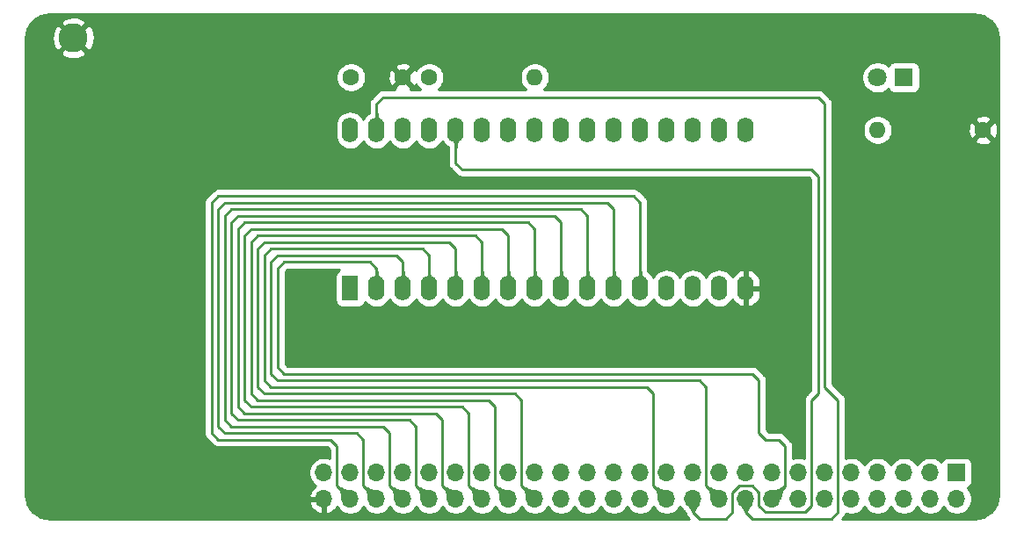
<source format=gbr>
%TF.GenerationSoftware,KiCad,Pcbnew,5.1.9*%
%TF.CreationDate,2021-02-01T10:05:10+01:00*%
%TF.ProjectId,RAM_AS6C1008_DIP,52414d5f-4153-4364-9331-3030385f4449,1.1*%
%TF.SameCoordinates,Original*%
%TF.FileFunction,Copper,L2,Bot*%
%TF.FilePolarity,Positive*%
%FSLAX46Y46*%
G04 Gerber Fmt 4.6, Leading zero omitted, Abs format (unit mm)*
G04 Created by KiCad (PCBNEW 5.1.9) date 2021-02-01 10:05:10*
%MOMM*%
%LPD*%
G01*
G04 APERTURE LIST*
%TA.AperFunction,ComponentPad*%
%ADD10O,1.600000X1.600000*%
%TD*%
%TA.AperFunction,ComponentPad*%
%ADD11C,1.600000*%
%TD*%
%TA.AperFunction,ComponentPad*%
%ADD12O,1.600000X2.400000*%
%TD*%
%TA.AperFunction,ComponentPad*%
%ADD13R,1.600000X2.400000*%
%TD*%
%TA.AperFunction,ComponentPad*%
%ADD14O,1.700000X1.700000*%
%TD*%
%TA.AperFunction,ComponentPad*%
%ADD15R,1.700000X1.700000*%
%TD*%
%TA.AperFunction,ComponentPad*%
%ADD16C,2.800000*%
%TD*%
%TA.AperFunction,ComponentPad*%
%ADD17C,1.800000*%
%TD*%
%TA.AperFunction,ComponentPad*%
%ADD18R,1.800000X1.800000*%
%TD*%
%TA.AperFunction,Conductor*%
%ADD19C,0.228600*%
%TD*%
%TA.AperFunction,Conductor*%
%ADD20C,0.254000*%
%TD*%
%TA.AperFunction,Conductor*%
%ADD21C,0.100000*%
%TD*%
%TA.AperFunction,Conductor*%
%ADD22C,0.025400*%
%TD*%
G04 APERTURE END LIST*
D10*
%TO.P,R2,2*%
%TO.N,VCC*%
X139700000Y-111760000D03*
D11*
%TO.P,R2,1*%
%TO.N,Net-(R2-Pad1)*%
X129540000Y-111760000D03*
%TD*%
D10*
%TO.P,R1,2*%
%TO.N,Net-(D1-Pad1)*%
X172720000Y-116840000D03*
D11*
%TO.P,R1,1*%
%TO.N,GND*%
X182880000Y-116840000D03*
%TD*%
D12*
%TO.P,U1,32*%
%TO.N,VCC*%
X121920000Y-116840000D03*
%TO.P,U1,16*%
%TO.N,GND*%
X160020000Y-132080000D03*
%TO.P,U1,31*%
%TO.N,/A15*%
X124460000Y-116840000D03*
%TO.P,U1,15*%
%TO.N,/D2*%
X157480000Y-132080000D03*
%TO.P,U1,30*%
%TO.N,Net-(R2-Pad1)*%
X127000000Y-116840000D03*
%TO.P,U1,14*%
%TO.N,/D1*%
X154940000Y-132080000D03*
%TO.P,U1,29*%
%TO.N,/~WE*%
X129540000Y-116840000D03*
%TO.P,U1,13*%
%TO.N,/D0*%
X152400000Y-132080000D03*
%TO.P,U1,28*%
%TO.N,/A13*%
X132080000Y-116840000D03*
%TO.P,U1,12*%
%TO.N,/A0*%
X149860000Y-132080000D03*
%TO.P,U1,27*%
%TO.N,/A8*%
X134620000Y-116840000D03*
%TO.P,U1,11*%
%TO.N,/A1*%
X147320000Y-132080000D03*
%TO.P,U1,26*%
%TO.N,/A9*%
X137160000Y-116840000D03*
%TO.P,U1,10*%
%TO.N,/A2*%
X144780000Y-132080000D03*
%TO.P,U1,25*%
%TO.N,/A11*%
X139700000Y-116840000D03*
%TO.P,U1,9*%
%TO.N,/A3*%
X142240000Y-132080000D03*
%TO.P,U1,24*%
%TO.N,/~OE*%
X142240000Y-116840000D03*
%TO.P,U1,8*%
%TO.N,/A4*%
X139700000Y-132080000D03*
%TO.P,U1,23*%
%TO.N,/A10*%
X144780000Y-116840000D03*
%TO.P,U1,7*%
%TO.N,/A5*%
X137160000Y-132080000D03*
%TO.P,U1,22*%
%TO.N,/~RAMSEL*%
X147320000Y-116840000D03*
%TO.P,U1,6*%
%TO.N,/A6*%
X134620000Y-132080000D03*
%TO.P,U1,21*%
%TO.N,/D7*%
X149860000Y-116840000D03*
%TO.P,U1,5*%
%TO.N,/A7*%
X132080000Y-132080000D03*
%TO.P,U1,20*%
%TO.N,/D6*%
X152400000Y-116840000D03*
%TO.P,U1,4*%
%TO.N,/A12*%
X129540000Y-132080000D03*
%TO.P,U1,19*%
%TO.N,/D5*%
X154940000Y-116840000D03*
%TO.P,U1,3*%
%TO.N,/A14*%
X127000000Y-132080000D03*
%TO.P,U1,18*%
%TO.N,/D4*%
X157480000Y-116840000D03*
%TO.P,U1,2*%
%TO.N,/A16*%
X124460000Y-132080000D03*
%TO.P,U1,17*%
%TO.N,/D3*%
X160020000Y-116840000D03*
D13*
%TO.P,U1,1*%
%TO.N,N/C*%
X121920000Y-132080000D03*
%TD*%
D14*
%TO.P,J1,50*%
%TO.N,GND*%
X119380000Y-152400000D03*
%TO.P,J1,49*%
%TO.N,N/C*%
X119380000Y-149860000D03*
%TO.P,J1,48*%
%TO.N,/A0*%
X121920000Y-152400000D03*
%TO.P,J1,47*%
%TO.N,N/C*%
X121920000Y-149860000D03*
%TO.P,J1,46*%
%TO.N,/A1*%
X124460000Y-152400000D03*
%TO.P,J1,45*%
%TO.N,N/C*%
X124460000Y-149860000D03*
%TO.P,J1,44*%
%TO.N,/A2*%
X127000000Y-152400000D03*
%TO.P,J1,43*%
%TO.N,N/C*%
X127000000Y-149860000D03*
%TO.P,J1,42*%
%TO.N,/A3*%
X129540000Y-152400000D03*
%TO.P,J1,41*%
%TO.N,N/C*%
X129540000Y-149860000D03*
%TO.P,J1,40*%
%TO.N,/A4*%
X132080000Y-152400000D03*
%TO.P,J1,39*%
%TO.N,N/C*%
X132080000Y-149860000D03*
%TO.P,J1,38*%
%TO.N,/A5*%
X134620000Y-152400000D03*
%TO.P,J1,37*%
%TO.N,/~WE*%
X134620000Y-149860000D03*
%TO.P,J1,36*%
%TO.N,/A6*%
X137160000Y-152400000D03*
%TO.P,J1,35*%
%TO.N,/~OE*%
X137160000Y-149860000D03*
%TO.P,J1,34*%
%TO.N,/A7*%
X139700000Y-152400000D03*
%TO.P,J1,33*%
%TO.N,N/C*%
X139700000Y-149860000D03*
%TO.P,J1,32*%
%TO.N,/A8*%
X142240000Y-152400000D03*
%TO.P,J1,31*%
%TO.N,N/C*%
X142240000Y-149860000D03*
%TO.P,J1,30*%
%TO.N,/A9*%
X144780000Y-152400000D03*
%TO.P,J1,29*%
%TO.N,N/C*%
X144780000Y-149860000D03*
%TO.P,J1,28*%
%TO.N,/A10*%
X147320000Y-152400000D03*
%TO.P,J1,27*%
%TO.N,N/C*%
X147320000Y-149860000D03*
%TO.P,J1,26*%
%TO.N,/A11*%
X149860000Y-152400000D03*
%TO.P,J1,25*%
%TO.N,N/C*%
X149860000Y-149860000D03*
%TO.P,J1,24*%
%TO.N,/A12*%
X152400000Y-152400000D03*
%TO.P,J1,23*%
%TO.N,N/C*%
X152400000Y-149860000D03*
%TO.P,J1,22*%
%TO.N,/A13*%
X154940000Y-152400000D03*
%TO.P,J1,21*%
%TO.N,N/C*%
X154940000Y-149860000D03*
%TO.P,J1,20*%
%TO.N,/A14*%
X157480000Y-152400000D03*
%TO.P,J1,19*%
%TO.N,/~RAMSEL*%
X157480000Y-149860000D03*
%TO.P,J1,18*%
%TO.N,/A15*%
X160020000Y-152400000D03*
%TO.P,J1,17*%
%TO.N,/D0*%
X160020000Y-149860000D03*
%TO.P,J1,16*%
%TO.N,/A16*%
X162560000Y-152400000D03*
%TO.P,J1,15*%
%TO.N,/D1*%
X162560000Y-149860000D03*
%TO.P,J1,14*%
%TO.N,N/C*%
X165100000Y-152400000D03*
%TO.P,J1,13*%
%TO.N,/D2*%
X165100000Y-149860000D03*
%TO.P,J1,12*%
%TO.N,N/C*%
X167640000Y-152400000D03*
%TO.P,J1,11*%
%TO.N,/D3*%
X167640000Y-149860000D03*
%TO.P,J1,10*%
%TO.N,N/C*%
X170180000Y-152400000D03*
%TO.P,J1,9*%
%TO.N,/D4*%
X170180000Y-149860000D03*
%TO.P,J1,8*%
%TO.N,N/C*%
X172720000Y-152400000D03*
%TO.P,J1,7*%
%TO.N,/D5*%
X172720000Y-149860000D03*
%TO.P,J1,6*%
%TO.N,N/C*%
X175260000Y-152400000D03*
%TO.P,J1,5*%
%TO.N,/D6*%
X175260000Y-149860000D03*
%TO.P,J1,4*%
%TO.N,N/C*%
X177800000Y-152400000D03*
%TO.P,J1,3*%
%TO.N,/D7*%
X177800000Y-149860000D03*
%TO.P,J1,2*%
%TO.N,N/C*%
X180340000Y-152400000D03*
D15*
%TO.P,J1,1*%
%TO.N,VCC*%
X180340000Y-149860000D03*
%TD*%
D16*
%TO.P,TP1,1*%
%TO.N,GND*%
X95250000Y-107950000D03*
%TD*%
D11*
%TO.P,C1,2*%
%TO.N,VCC*%
X122000000Y-111760000D03*
%TO.P,C1,1*%
%TO.N,GND*%
X127000000Y-111760000D03*
%TD*%
D17*
%TO.P,D1,2*%
%TO.N,VCC*%
X172720000Y-111760000D03*
D18*
%TO.P,D1,1*%
%TO.N,Net-(D1-Pad1)*%
X175260000Y-111760000D03*
%TD*%
D19*
%TO.N,/A0*%
X120650000Y-151130000D02*
X121920000Y-152400000D01*
X120650000Y-147320000D02*
X120650000Y-151130000D01*
X120015000Y-146685000D02*
X120650000Y-147320000D01*
X108585000Y-123825000D02*
X108585000Y-146050000D01*
X109220000Y-123190000D02*
X108585000Y-123825000D01*
X109220000Y-146685000D02*
X120015000Y-146685000D01*
X108585000Y-146050000D02*
X109220000Y-146685000D01*
X149225000Y-123190000D02*
X109220000Y-123190000D01*
X149860000Y-123825000D02*
X149225000Y-123190000D01*
X149860000Y-132080000D02*
X149860000Y-123825000D01*
%TO.N,/A1*%
X109855000Y-123825000D02*
X146685000Y-123825000D01*
X109220000Y-145415000D02*
X109220000Y-124460000D01*
X146685000Y-123825000D02*
X147320000Y-124460000D01*
X122555000Y-146050000D02*
X109855000Y-146050000D01*
X123190000Y-146685000D02*
X122555000Y-146050000D01*
X147320000Y-124460000D02*
X147320000Y-132080000D01*
X109220000Y-124460000D02*
X109855000Y-123825000D01*
X123190000Y-151130000D02*
X123190000Y-146685000D01*
X109855000Y-146050000D02*
X109220000Y-145415000D01*
X124460000Y-152400000D02*
X123190000Y-151130000D01*
%TO.N,/A2*%
X125730000Y-146050000D02*
X125730000Y-151130000D01*
X125095000Y-145415000D02*
X125730000Y-146050000D01*
X110490000Y-145415000D02*
X125095000Y-145415000D01*
X109855000Y-144780000D02*
X110490000Y-145415000D01*
X125730000Y-151130000D02*
X127000000Y-152400000D01*
X109855000Y-125095000D02*
X109855000Y-144780000D01*
X110490000Y-124460000D02*
X109855000Y-125095000D01*
X144145000Y-124460000D02*
X110490000Y-124460000D01*
X144780000Y-125095000D02*
X144145000Y-124460000D01*
X144780000Y-132080000D02*
X144780000Y-125095000D01*
%TO.N,/A3*%
X111125000Y-125095000D02*
X141605000Y-125095000D01*
X141605000Y-125095000D02*
X142240000Y-125730000D01*
X110490000Y-144145000D02*
X110490000Y-125730000D01*
X111125000Y-144780000D02*
X110490000Y-144145000D01*
X110490000Y-125730000D02*
X111125000Y-125095000D01*
X127635000Y-144780000D02*
X111125000Y-144780000D01*
X128270000Y-145415000D02*
X127635000Y-144780000D01*
X128270000Y-151130000D02*
X128270000Y-145415000D01*
X142240000Y-125730000D02*
X142240000Y-132080000D01*
X129540000Y-152400000D02*
X128270000Y-151130000D01*
%TO.N,/A4*%
X130175000Y-144145000D02*
X130810000Y-144780000D01*
X111760000Y-144145000D02*
X130175000Y-144145000D01*
X111125000Y-143510000D02*
X111760000Y-144145000D01*
X111125000Y-126365000D02*
X111125000Y-143510000D01*
X130810000Y-151130000D02*
X132080000Y-152400000D01*
X130810000Y-144780000D02*
X130810000Y-151130000D01*
X111760000Y-125730000D02*
X111125000Y-126365000D01*
X139065000Y-125730000D02*
X111760000Y-125730000D01*
X139700000Y-126365000D02*
X139065000Y-125730000D01*
X139700000Y-132080000D02*
X139700000Y-126365000D01*
%TO.N,/A5*%
X137160000Y-127000000D02*
X137160000Y-132080000D01*
X112395000Y-126365000D02*
X136525000Y-126365000D01*
X111760000Y-127000000D02*
X112395000Y-126365000D01*
X111760000Y-142875000D02*
X111760000Y-127000000D01*
X112395000Y-143510000D02*
X111760000Y-142875000D01*
X133350000Y-144145000D02*
X132715000Y-143510000D01*
X133350000Y-151130000D02*
X133350000Y-144145000D01*
X136525000Y-126365000D02*
X137160000Y-127000000D01*
X132715000Y-143510000D02*
X112395000Y-143510000D01*
X134620000Y-152400000D02*
X133350000Y-151130000D01*
%TO.N,/A6*%
X135890000Y-151130000D02*
X137160000Y-152400000D01*
X135255000Y-142875000D02*
X135890000Y-143510000D01*
X113030000Y-142875000D02*
X135255000Y-142875000D01*
X112395000Y-142240000D02*
X113030000Y-142875000D01*
X112395000Y-127635000D02*
X112395000Y-142240000D01*
X133985000Y-127000000D02*
X113030000Y-127000000D01*
X135890000Y-143510000D02*
X135890000Y-151130000D01*
X113030000Y-127000000D02*
X112395000Y-127635000D01*
X134620000Y-127635000D02*
X133985000Y-127000000D01*
X134620000Y-132080000D02*
X134620000Y-127635000D01*
%TO.N,/A7*%
X132080000Y-128270000D02*
X132080000Y-132080000D01*
X131445000Y-127635000D02*
X132080000Y-128270000D01*
X113665000Y-127635000D02*
X131445000Y-127635000D01*
X113030000Y-128270000D02*
X113665000Y-127635000D01*
X113665000Y-142240000D02*
X113030000Y-141605000D01*
X113030000Y-141605000D02*
X113030000Y-128270000D01*
X137795000Y-142240000D02*
X113665000Y-142240000D01*
X138430000Y-142875000D02*
X137795000Y-142240000D01*
X138430000Y-151130000D02*
X138430000Y-142875000D01*
X139700000Y-152400000D02*
X138430000Y-151130000D01*
%TO.N,/A12*%
X129540000Y-128905000D02*
X129540000Y-130810000D01*
X114300000Y-128270000D02*
X128905000Y-128270000D01*
X113665000Y-128905000D02*
X114300000Y-128270000D01*
X128905000Y-128270000D02*
X129540000Y-128905000D01*
X113665000Y-140970000D02*
X113665000Y-128905000D01*
X114300000Y-141605000D02*
X113665000Y-140970000D01*
X129540000Y-130810000D02*
X129540000Y-132080000D01*
X151130000Y-142240000D02*
X150495000Y-141605000D01*
X151130000Y-151130000D02*
X151130000Y-142240000D01*
X150495000Y-141605000D02*
X114300000Y-141605000D01*
X152400000Y-152400000D02*
X151130000Y-151130000D01*
%TO.N,/A13*%
X155575000Y-154305000D02*
X154940000Y-153670000D01*
X158115000Y-154305000D02*
X155575000Y-154305000D01*
X158750000Y-153670000D02*
X158115000Y-154305000D01*
X158750000Y-151765000D02*
X158750000Y-153670000D01*
X132080000Y-120015000D02*
X132715000Y-120650000D01*
X154940000Y-153670000D02*
X154940000Y-152400000D01*
X167005000Y-121285000D02*
X167005000Y-142240000D01*
X166370000Y-120650000D02*
X167005000Y-121285000D01*
X132715000Y-120650000D02*
X166370000Y-120650000D01*
X166370000Y-142875000D02*
X166370000Y-153035000D01*
X160655000Y-151130000D02*
X159385000Y-151130000D01*
X167005000Y-142240000D02*
X166370000Y-142875000D01*
X159385000Y-151130000D02*
X158750000Y-151765000D01*
X161925000Y-153670000D02*
X161290000Y-153035000D01*
X161290000Y-151765000D02*
X160655000Y-151130000D01*
X166370000Y-153035000D02*
X165735000Y-153670000D01*
X132080000Y-116840000D02*
X132080000Y-120015000D01*
X165735000Y-153670000D02*
X161925000Y-153670000D01*
X161290000Y-153035000D02*
X161290000Y-151765000D01*
%TO.N,/A14*%
X156210000Y-141605000D02*
X156210000Y-151130000D01*
X155575000Y-140970000D02*
X156210000Y-141605000D01*
X114300000Y-129540000D02*
X114300000Y-140335000D01*
X126365000Y-128905000D02*
X114935000Y-128905000D01*
X156210000Y-151130000D02*
X157480000Y-152400000D01*
X114300000Y-140335000D02*
X114935000Y-140970000D01*
X114935000Y-140970000D02*
X155575000Y-140970000D01*
X114935000Y-128905000D02*
X114300000Y-129540000D01*
X127000000Y-129540000D02*
X126365000Y-128905000D01*
X127000000Y-132080000D02*
X127000000Y-129540000D01*
%TO.N,/A15*%
X160020000Y-153035000D02*
X160020000Y-152400000D01*
X160020000Y-153670000D02*
X160020000Y-152400000D01*
X168275000Y-154305000D02*
X160655000Y-154305000D01*
X167640000Y-141605000D02*
X168910000Y-142875000D01*
X160655000Y-154305000D02*
X160020000Y-153670000D01*
X167005000Y-113665000D02*
X167640000Y-114300000D01*
X168910000Y-142875000D02*
X168910000Y-153670000D01*
X167640000Y-114300000D02*
X167640000Y-141605000D01*
X125095000Y-113665000D02*
X167005000Y-113665000D01*
X168910000Y-153670000D02*
X168275000Y-154305000D01*
X124460000Y-114300000D02*
X125095000Y-113665000D01*
X124460000Y-116840000D02*
X124460000Y-114300000D01*
%TO.N,/A16*%
X124460000Y-130175000D02*
X124460000Y-132080000D01*
X115570000Y-129540000D02*
X123825000Y-129540000D01*
X114935000Y-130175000D02*
X115570000Y-129540000D01*
X114935000Y-139700000D02*
X114935000Y-130175000D01*
X115570000Y-140335000D02*
X114935000Y-139700000D01*
X160655000Y-140335000D02*
X115570000Y-140335000D01*
X161290000Y-140970000D02*
X160655000Y-140335000D01*
X123825000Y-129540000D02*
X124460000Y-130175000D01*
X162560000Y-152400000D02*
X163830000Y-151130000D01*
X163830000Y-151130000D02*
X163830000Y-147320000D01*
X163830000Y-147320000D02*
X163195000Y-146685000D01*
X163195000Y-146685000D02*
X161925000Y-146685000D01*
X161925000Y-146685000D02*
X161290000Y-146050000D01*
X161290000Y-146050000D02*
X161290000Y-140970000D01*
%TD*%
D20*
%TO.N,GND*%
X182453893Y-105707670D02*
X182890498Y-105839489D01*
X183293185Y-106053600D01*
X183646612Y-106341848D01*
X183937327Y-106693261D01*
X184154242Y-107094439D01*
X184289106Y-107530113D01*
X184340000Y-108014344D01*
X184340001Y-151967711D01*
X184292330Y-152453894D01*
X184160512Y-152890497D01*
X183946399Y-153293186D01*
X183658150Y-153646613D01*
X183306739Y-153937327D01*
X182905564Y-154154240D01*
X182469886Y-154289106D01*
X181985664Y-154340000D01*
X169299671Y-154340000D01*
X169413816Y-154225855D01*
X169442398Y-154202398D01*
X169465854Y-154173817D01*
X169465861Y-154173810D01*
X169536034Y-154088303D01*
X169605612Y-153958132D01*
X169648458Y-153816888D01*
X169650675Y-153794378D01*
X169651269Y-153788345D01*
X169746842Y-153827932D01*
X170033740Y-153885000D01*
X170326260Y-153885000D01*
X170613158Y-153827932D01*
X170883411Y-153715990D01*
X171126632Y-153553475D01*
X171333475Y-153346632D01*
X171450000Y-153172240D01*
X171566525Y-153346632D01*
X171773368Y-153553475D01*
X172016589Y-153715990D01*
X172286842Y-153827932D01*
X172573740Y-153885000D01*
X172866260Y-153885000D01*
X173153158Y-153827932D01*
X173423411Y-153715990D01*
X173666632Y-153553475D01*
X173873475Y-153346632D01*
X173990000Y-153172240D01*
X174106525Y-153346632D01*
X174313368Y-153553475D01*
X174556589Y-153715990D01*
X174826842Y-153827932D01*
X175113740Y-153885000D01*
X175406260Y-153885000D01*
X175693158Y-153827932D01*
X175963411Y-153715990D01*
X176206632Y-153553475D01*
X176413475Y-153346632D01*
X176530000Y-153172240D01*
X176646525Y-153346632D01*
X176853368Y-153553475D01*
X177096589Y-153715990D01*
X177366842Y-153827932D01*
X177653740Y-153885000D01*
X177946260Y-153885000D01*
X178233158Y-153827932D01*
X178503411Y-153715990D01*
X178746632Y-153553475D01*
X178953475Y-153346632D01*
X179070000Y-153172240D01*
X179186525Y-153346632D01*
X179393368Y-153553475D01*
X179636589Y-153715990D01*
X179906842Y-153827932D01*
X180193740Y-153885000D01*
X180486260Y-153885000D01*
X180773158Y-153827932D01*
X181043411Y-153715990D01*
X181286632Y-153553475D01*
X181493475Y-153346632D01*
X181655990Y-153103411D01*
X181767932Y-152833158D01*
X181825000Y-152546260D01*
X181825000Y-152253740D01*
X181767932Y-151966842D01*
X181655990Y-151696589D01*
X181493475Y-151453368D01*
X181361620Y-151321513D01*
X181434180Y-151299502D01*
X181544494Y-151240537D01*
X181641185Y-151161185D01*
X181720537Y-151064494D01*
X181779502Y-150954180D01*
X181815812Y-150834482D01*
X181828072Y-150710000D01*
X181828072Y-149010000D01*
X181815812Y-148885518D01*
X181779502Y-148765820D01*
X181720537Y-148655506D01*
X181641185Y-148558815D01*
X181544494Y-148479463D01*
X181434180Y-148420498D01*
X181314482Y-148384188D01*
X181190000Y-148371928D01*
X179490000Y-148371928D01*
X179365518Y-148384188D01*
X179245820Y-148420498D01*
X179135506Y-148479463D01*
X179038815Y-148558815D01*
X178959463Y-148655506D01*
X178900498Y-148765820D01*
X178878487Y-148838380D01*
X178746632Y-148706525D01*
X178503411Y-148544010D01*
X178233158Y-148432068D01*
X177946260Y-148375000D01*
X177653740Y-148375000D01*
X177366842Y-148432068D01*
X177096589Y-148544010D01*
X176853368Y-148706525D01*
X176646525Y-148913368D01*
X176530000Y-149087760D01*
X176413475Y-148913368D01*
X176206632Y-148706525D01*
X175963411Y-148544010D01*
X175693158Y-148432068D01*
X175406260Y-148375000D01*
X175113740Y-148375000D01*
X174826842Y-148432068D01*
X174556589Y-148544010D01*
X174313368Y-148706525D01*
X174106525Y-148913368D01*
X173990000Y-149087760D01*
X173873475Y-148913368D01*
X173666632Y-148706525D01*
X173423411Y-148544010D01*
X173153158Y-148432068D01*
X172866260Y-148375000D01*
X172573740Y-148375000D01*
X172286842Y-148432068D01*
X172016589Y-148544010D01*
X171773368Y-148706525D01*
X171566525Y-148913368D01*
X171450000Y-149087760D01*
X171333475Y-148913368D01*
X171126632Y-148706525D01*
X170883411Y-148544010D01*
X170613158Y-148432068D01*
X170326260Y-148375000D01*
X170033740Y-148375000D01*
X169746842Y-148432068D01*
X169659300Y-148468329D01*
X169659300Y-142911795D01*
X169662924Y-142874999D01*
X169659300Y-142838203D01*
X169659300Y-142838194D01*
X169648458Y-142728112D01*
X169605612Y-142586868D01*
X169536035Y-142456698D01*
X169536034Y-142456696D01*
X169465860Y-142371190D01*
X169465858Y-142371188D01*
X169442398Y-142342602D01*
X169413812Y-142319142D01*
X168389300Y-141294631D01*
X168389300Y-116698665D01*
X171285000Y-116698665D01*
X171285000Y-116981335D01*
X171340147Y-117258574D01*
X171448320Y-117519727D01*
X171605363Y-117754759D01*
X171805241Y-117954637D01*
X172040273Y-118111680D01*
X172301426Y-118219853D01*
X172578665Y-118275000D01*
X172861335Y-118275000D01*
X173138574Y-118219853D01*
X173399727Y-118111680D01*
X173634759Y-117954637D01*
X173756694Y-117832702D01*
X182066903Y-117832702D01*
X182138486Y-118076671D01*
X182393996Y-118197571D01*
X182668184Y-118266300D01*
X182950512Y-118280217D01*
X183230130Y-118238787D01*
X183496292Y-118143603D01*
X183621514Y-118076671D01*
X183693097Y-117832702D01*
X182880000Y-117019605D01*
X182066903Y-117832702D01*
X173756694Y-117832702D01*
X173834637Y-117754759D01*
X173991680Y-117519727D01*
X174099853Y-117258574D01*
X174155000Y-116981335D01*
X174155000Y-116910512D01*
X181439783Y-116910512D01*
X181481213Y-117190130D01*
X181576397Y-117456292D01*
X181643329Y-117581514D01*
X181887298Y-117653097D01*
X182700395Y-116840000D01*
X183059605Y-116840000D01*
X183872702Y-117653097D01*
X184116671Y-117581514D01*
X184237571Y-117326004D01*
X184306300Y-117051816D01*
X184320217Y-116769488D01*
X184278787Y-116489870D01*
X184183603Y-116223708D01*
X184116671Y-116098486D01*
X183872702Y-116026903D01*
X183059605Y-116840000D01*
X182700395Y-116840000D01*
X181887298Y-116026903D01*
X181643329Y-116098486D01*
X181522429Y-116353996D01*
X181453700Y-116628184D01*
X181439783Y-116910512D01*
X174155000Y-116910512D01*
X174155000Y-116698665D01*
X174099853Y-116421426D01*
X173991680Y-116160273D01*
X173834637Y-115925241D01*
X173756694Y-115847298D01*
X182066903Y-115847298D01*
X182880000Y-116660395D01*
X183693097Y-115847298D01*
X183621514Y-115603329D01*
X183366004Y-115482429D01*
X183091816Y-115413700D01*
X182809488Y-115399783D01*
X182529870Y-115441213D01*
X182263708Y-115536397D01*
X182138486Y-115603329D01*
X182066903Y-115847298D01*
X173756694Y-115847298D01*
X173634759Y-115725363D01*
X173399727Y-115568320D01*
X173138574Y-115460147D01*
X172861335Y-115405000D01*
X172578665Y-115405000D01*
X172301426Y-115460147D01*
X172040273Y-115568320D01*
X171805241Y-115725363D01*
X171605363Y-115925241D01*
X171448320Y-116160273D01*
X171340147Y-116421426D01*
X171285000Y-116698665D01*
X168389300Y-116698665D01*
X168389300Y-114336798D01*
X168392924Y-114300000D01*
X168389300Y-114263202D01*
X168389300Y-114263194D01*
X168378458Y-114153112D01*
X168335612Y-114011868D01*
X168266034Y-113881697D01*
X168195861Y-113796190D01*
X168195854Y-113796183D01*
X168172398Y-113767602D01*
X168143817Y-113744147D01*
X167560862Y-113161193D01*
X167537398Y-113132602D01*
X167423303Y-113038966D01*
X167293132Y-112969388D01*
X167151888Y-112926542D01*
X167041806Y-112915700D01*
X167041795Y-112915700D01*
X167005000Y-112912076D01*
X166968205Y-112915700D01*
X140553304Y-112915700D01*
X140614759Y-112874637D01*
X140814637Y-112674759D01*
X140971680Y-112439727D01*
X141079853Y-112178574D01*
X141135000Y-111901335D01*
X141135000Y-111618665D01*
X141133041Y-111608816D01*
X171185000Y-111608816D01*
X171185000Y-111911184D01*
X171243989Y-112207743D01*
X171359701Y-112487095D01*
X171527688Y-112738505D01*
X171741495Y-112952312D01*
X171992905Y-113120299D01*
X172272257Y-113236011D01*
X172568816Y-113295000D01*
X172871184Y-113295000D01*
X173167743Y-113236011D01*
X173447095Y-113120299D01*
X173698505Y-112952312D01*
X173764944Y-112885873D01*
X173770498Y-112904180D01*
X173829463Y-113014494D01*
X173908815Y-113111185D01*
X174005506Y-113190537D01*
X174115820Y-113249502D01*
X174235518Y-113285812D01*
X174360000Y-113298072D01*
X176160000Y-113298072D01*
X176284482Y-113285812D01*
X176404180Y-113249502D01*
X176514494Y-113190537D01*
X176611185Y-113111185D01*
X176690537Y-113014494D01*
X176749502Y-112904180D01*
X176785812Y-112784482D01*
X176798072Y-112660000D01*
X176798072Y-110860000D01*
X176785812Y-110735518D01*
X176749502Y-110615820D01*
X176690537Y-110505506D01*
X176611185Y-110408815D01*
X176514494Y-110329463D01*
X176404180Y-110270498D01*
X176284482Y-110234188D01*
X176160000Y-110221928D01*
X174360000Y-110221928D01*
X174235518Y-110234188D01*
X174115820Y-110270498D01*
X174005506Y-110329463D01*
X173908815Y-110408815D01*
X173829463Y-110505506D01*
X173770498Y-110615820D01*
X173764944Y-110634127D01*
X173698505Y-110567688D01*
X173447095Y-110399701D01*
X173167743Y-110283989D01*
X172871184Y-110225000D01*
X172568816Y-110225000D01*
X172272257Y-110283989D01*
X171992905Y-110399701D01*
X171741495Y-110567688D01*
X171527688Y-110781495D01*
X171359701Y-111032905D01*
X171243989Y-111312257D01*
X171185000Y-111608816D01*
X141133041Y-111608816D01*
X141079853Y-111341426D01*
X140971680Y-111080273D01*
X140814637Y-110845241D01*
X140614759Y-110645363D01*
X140379727Y-110488320D01*
X140118574Y-110380147D01*
X139841335Y-110325000D01*
X139558665Y-110325000D01*
X139281426Y-110380147D01*
X139020273Y-110488320D01*
X138785241Y-110645363D01*
X138585363Y-110845241D01*
X138428320Y-111080273D01*
X138320147Y-111341426D01*
X138265000Y-111618665D01*
X138265000Y-111901335D01*
X138320147Y-112178574D01*
X138428320Y-112439727D01*
X138585363Y-112674759D01*
X138785241Y-112874637D01*
X138846696Y-112915700D01*
X130393304Y-112915700D01*
X130454759Y-112874637D01*
X130654637Y-112674759D01*
X130811680Y-112439727D01*
X130919853Y-112178574D01*
X130975000Y-111901335D01*
X130975000Y-111618665D01*
X130919853Y-111341426D01*
X130811680Y-111080273D01*
X130654637Y-110845241D01*
X130454759Y-110645363D01*
X130219727Y-110488320D01*
X129958574Y-110380147D01*
X129681335Y-110325000D01*
X129398665Y-110325000D01*
X129121426Y-110380147D01*
X128860273Y-110488320D01*
X128625241Y-110645363D01*
X128425363Y-110845241D01*
X128269085Y-111079128D01*
X128236671Y-111018486D01*
X127992702Y-110946903D01*
X127179605Y-111760000D01*
X127992702Y-112573097D01*
X128236671Y-112501514D01*
X128267194Y-112437008D01*
X128268320Y-112439727D01*
X128425363Y-112674759D01*
X128625241Y-112874637D01*
X128686696Y-112915700D01*
X127765272Y-112915700D01*
X127813097Y-112752702D01*
X127000000Y-111939605D01*
X126186903Y-112752702D01*
X126234728Y-112915700D01*
X125131798Y-112915700D01*
X125095000Y-112912076D01*
X125058202Y-112915700D01*
X125058194Y-112915700D01*
X124948112Y-112926542D01*
X124806868Y-112969388D01*
X124676697Y-113038966D01*
X124591190Y-113109139D01*
X124591183Y-113109146D01*
X124562602Y-113132602D01*
X124539145Y-113161184D01*
X123956189Y-113744142D01*
X123927603Y-113767602D01*
X123904143Y-113796188D01*
X123904140Y-113796191D01*
X123833966Y-113881697D01*
X123764388Y-114011869D01*
X123721543Y-114153113D01*
X123707076Y-114300000D01*
X123710701Y-114336805D01*
X123710701Y-115173467D01*
X123709277Y-115214140D01*
X123658899Y-115241068D01*
X123440392Y-115420393D01*
X123261068Y-115638900D01*
X123190000Y-115771858D01*
X123118932Y-115638899D01*
X122939607Y-115420392D01*
X122721100Y-115241068D01*
X122471807Y-115107818D01*
X122201308Y-115025764D01*
X121920000Y-114998057D01*
X121638691Y-115025764D01*
X121368192Y-115107818D01*
X121118899Y-115241068D01*
X120900392Y-115420393D01*
X120721068Y-115638900D01*
X120587818Y-115888193D01*
X120505764Y-116158692D01*
X120485000Y-116369509D01*
X120485000Y-117310492D01*
X120505764Y-117521309D01*
X120587818Y-117791808D01*
X120721068Y-118041101D01*
X120900393Y-118259608D01*
X121118900Y-118438932D01*
X121368193Y-118572182D01*
X121638692Y-118654236D01*
X121920000Y-118681943D01*
X122201309Y-118654236D01*
X122471808Y-118572182D01*
X122721101Y-118438932D01*
X122939608Y-118259608D01*
X123118932Y-118041101D01*
X123190000Y-117908142D01*
X123261068Y-118041101D01*
X123440393Y-118259608D01*
X123658900Y-118438932D01*
X123908193Y-118572182D01*
X124178692Y-118654236D01*
X124460000Y-118681943D01*
X124741309Y-118654236D01*
X125011808Y-118572182D01*
X125261101Y-118438932D01*
X125479608Y-118259608D01*
X125658932Y-118041101D01*
X125730000Y-117908142D01*
X125801068Y-118041101D01*
X125980393Y-118259608D01*
X126198900Y-118438932D01*
X126448193Y-118572182D01*
X126718692Y-118654236D01*
X127000000Y-118681943D01*
X127281309Y-118654236D01*
X127551808Y-118572182D01*
X127801101Y-118438932D01*
X128019608Y-118259608D01*
X128198932Y-118041101D01*
X128270000Y-117908142D01*
X128341068Y-118041101D01*
X128520393Y-118259608D01*
X128738900Y-118438932D01*
X128988193Y-118572182D01*
X129258692Y-118654236D01*
X129540000Y-118681943D01*
X129821309Y-118654236D01*
X130091808Y-118572182D01*
X130341101Y-118438932D01*
X130559608Y-118259608D01*
X130738932Y-118041101D01*
X130810000Y-117908142D01*
X130881068Y-118041101D01*
X131060393Y-118259608D01*
X131278900Y-118438932D01*
X131329277Y-118465859D01*
X131330701Y-118506528D01*
X131330701Y-119978195D01*
X131327076Y-120015000D01*
X131330701Y-120051806D01*
X131334871Y-120094140D01*
X131341543Y-120161887D01*
X131384388Y-120303131D01*
X131453966Y-120433303D01*
X131524140Y-120518809D01*
X131547603Y-120547398D01*
X131576189Y-120570858D01*
X132159145Y-121153816D01*
X132182602Y-121182398D01*
X132211183Y-121205854D01*
X132211190Y-121205861D01*
X132262775Y-121248195D01*
X132296697Y-121276034D01*
X132426868Y-121345612D01*
X132568112Y-121388458D01*
X132678194Y-121399300D01*
X132678202Y-121399300D01*
X132715000Y-121402924D01*
X132751798Y-121399300D01*
X166059630Y-121399300D01*
X166255700Y-121595370D01*
X166255701Y-141929629D01*
X165866193Y-142319138D01*
X165837602Y-142342602D01*
X165793412Y-142396447D01*
X165743966Y-142456697D01*
X165674389Y-142586867D01*
X165674388Y-142586869D01*
X165631542Y-142728113D01*
X165620700Y-142838195D01*
X165620700Y-142838205D01*
X165617076Y-142875000D01*
X165620700Y-142911795D01*
X165620701Y-148468329D01*
X165533158Y-148432068D01*
X165246260Y-148375000D01*
X164953740Y-148375000D01*
X164666842Y-148432068D01*
X164579300Y-148468329D01*
X164579300Y-147356798D01*
X164582924Y-147320000D01*
X164579300Y-147283202D01*
X164579300Y-147283194D01*
X164568458Y-147173112D01*
X164525612Y-147031868D01*
X164456034Y-146901697D01*
X164385861Y-146816190D01*
X164385854Y-146816183D01*
X164362398Y-146787602D01*
X164333816Y-146764145D01*
X163750862Y-146181193D01*
X163727398Y-146152602D01*
X163613303Y-146058966D01*
X163483132Y-145989388D01*
X163341888Y-145946542D01*
X163231806Y-145935700D01*
X163231795Y-145935700D01*
X163195000Y-145932076D01*
X163158205Y-145935700D01*
X162235370Y-145935700D01*
X162039300Y-145739630D01*
X162039300Y-141006798D01*
X162042924Y-140970000D01*
X162039300Y-140933202D01*
X162039300Y-140933194D01*
X162028458Y-140823112D01*
X161985612Y-140681868D01*
X161916034Y-140551697D01*
X161845861Y-140466190D01*
X161845854Y-140466183D01*
X161822398Y-140437602D01*
X161793816Y-140414145D01*
X161210862Y-139831193D01*
X161187398Y-139802602D01*
X161073303Y-139708966D01*
X160943132Y-139639388D01*
X160801888Y-139596542D01*
X160691806Y-139585700D01*
X160691795Y-139585700D01*
X160655000Y-139582076D01*
X160618205Y-139585700D01*
X115880370Y-139585700D01*
X115684300Y-139389630D01*
X115684300Y-130485370D01*
X115880370Y-130289300D01*
X120879769Y-130289300D01*
X120875820Y-130290498D01*
X120765506Y-130349463D01*
X120668815Y-130428815D01*
X120589463Y-130525506D01*
X120530498Y-130635820D01*
X120494188Y-130755518D01*
X120481928Y-130880000D01*
X120481928Y-133280000D01*
X120494188Y-133404482D01*
X120530498Y-133524180D01*
X120589463Y-133634494D01*
X120668815Y-133731185D01*
X120765506Y-133810537D01*
X120875820Y-133869502D01*
X120995518Y-133905812D01*
X121120000Y-133918072D01*
X122720000Y-133918072D01*
X122844482Y-133905812D01*
X122964180Y-133869502D01*
X123074494Y-133810537D01*
X123171185Y-133731185D01*
X123250537Y-133634494D01*
X123309502Y-133524180D01*
X123345812Y-133404482D01*
X123347581Y-133386517D01*
X123440393Y-133499608D01*
X123658900Y-133678932D01*
X123908193Y-133812182D01*
X124178692Y-133894236D01*
X124460000Y-133921943D01*
X124741309Y-133894236D01*
X125011808Y-133812182D01*
X125261101Y-133678932D01*
X125479608Y-133499608D01*
X125658932Y-133281101D01*
X125730000Y-133148142D01*
X125801068Y-133281101D01*
X125980393Y-133499608D01*
X126198900Y-133678932D01*
X126448193Y-133812182D01*
X126718692Y-133894236D01*
X127000000Y-133921943D01*
X127281309Y-133894236D01*
X127551808Y-133812182D01*
X127801101Y-133678932D01*
X128019608Y-133499608D01*
X128198932Y-133281101D01*
X128270000Y-133148142D01*
X128341068Y-133281101D01*
X128520393Y-133499608D01*
X128738900Y-133678932D01*
X128988193Y-133812182D01*
X129258692Y-133894236D01*
X129540000Y-133921943D01*
X129821309Y-133894236D01*
X130091808Y-133812182D01*
X130341101Y-133678932D01*
X130559608Y-133499608D01*
X130738932Y-133281101D01*
X130810000Y-133148142D01*
X130881068Y-133281101D01*
X131060393Y-133499608D01*
X131278900Y-133678932D01*
X131528193Y-133812182D01*
X131798692Y-133894236D01*
X132080000Y-133921943D01*
X132361309Y-133894236D01*
X132631808Y-133812182D01*
X132881101Y-133678932D01*
X133099608Y-133499608D01*
X133278932Y-133281101D01*
X133350000Y-133148142D01*
X133421068Y-133281101D01*
X133600393Y-133499608D01*
X133818900Y-133678932D01*
X134068193Y-133812182D01*
X134338692Y-133894236D01*
X134620000Y-133921943D01*
X134901309Y-133894236D01*
X135171808Y-133812182D01*
X135421101Y-133678932D01*
X135639608Y-133499608D01*
X135818932Y-133281101D01*
X135890000Y-133148142D01*
X135961068Y-133281101D01*
X136140393Y-133499608D01*
X136358900Y-133678932D01*
X136608193Y-133812182D01*
X136878692Y-133894236D01*
X137160000Y-133921943D01*
X137441309Y-133894236D01*
X137711808Y-133812182D01*
X137961101Y-133678932D01*
X138179608Y-133499608D01*
X138358932Y-133281101D01*
X138430000Y-133148142D01*
X138501068Y-133281101D01*
X138680393Y-133499608D01*
X138898900Y-133678932D01*
X139148193Y-133812182D01*
X139418692Y-133894236D01*
X139700000Y-133921943D01*
X139981309Y-133894236D01*
X140251808Y-133812182D01*
X140501101Y-133678932D01*
X140719608Y-133499608D01*
X140898932Y-133281101D01*
X140970000Y-133148142D01*
X141041068Y-133281101D01*
X141220393Y-133499608D01*
X141438900Y-133678932D01*
X141688193Y-133812182D01*
X141958692Y-133894236D01*
X142240000Y-133921943D01*
X142521309Y-133894236D01*
X142791808Y-133812182D01*
X143041101Y-133678932D01*
X143259608Y-133499608D01*
X143438932Y-133281101D01*
X143510000Y-133148142D01*
X143581068Y-133281101D01*
X143760393Y-133499608D01*
X143978900Y-133678932D01*
X144228193Y-133812182D01*
X144498692Y-133894236D01*
X144780000Y-133921943D01*
X145061309Y-133894236D01*
X145331808Y-133812182D01*
X145581101Y-133678932D01*
X145799608Y-133499608D01*
X145978932Y-133281101D01*
X146050000Y-133148142D01*
X146121068Y-133281101D01*
X146300393Y-133499608D01*
X146518900Y-133678932D01*
X146768193Y-133812182D01*
X147038692Y-133894236D01*
X147320000Y-133921943D01*
X147601309Y-133894236D01*
X147871808Y-133812182D01*
X148121101Y-133678932D01*
X148339608Y-133499608D01*
X148518932Y-133281101D01*
X148590000Y-133148142D01*
X148661068Y-133281101D01*
X148840393Y-133499608D01*
X149058900Y-133678932D01*
X149308193Y-133812182D01*
X149578692Y-133894236D01*
X149860000Y-133921943D01*
X150141309Y-133894236D01*
X150411808Y-133812182D01*
X150661101Y-133678932D01*
X150879608Y-133499608D01*
X151058932Y-133281101D01*
X151130000Y-133148142D01*
X151201068Y-133281101D01*
X151380393Y-133499608D01*
X151598900Y-133678932D01*
X151848193Y-133812182D01*
X152118692Y-133894236D01*
X152400000Y-133921943D01*
X152681309Y-133894236D01*
X152951808Y-133812182D01*
X153201101Y-133678932D01*
X153419608Y-133499608D01*
X153598932Y-133281101D01*
X153670000Y-133148142D01*
X153741068Y-133281101D01*
X153920393Y-133499608D01*
X154138900Y-133678932D01*
X154388193Y-133812182D01*
X154658692Y-133894236D01*
X154940000Y-133921943D01*
X155221309Y-133894236D01*
X155491808Y-133812182D01*
X155741101Y-133678932D01*
X155959608Y-133499608D01*
X156138932Y-133281101D01*
X156210000Y-133148142D01*
X156281068Y-133281101D01*
X156460393Y-133499608D01*
X156678900Y-133678932D01*
X156928193Y-133812182D01*
X157198692Y-133894236D01*
X157480000Y-133921943D01*
X157761309Y-133894236D01*
X158031808Y-133812182D01*
X158281101Y-133678932D01*
X158499608Y-133499608D01*
X158678932Y-133281101D01*
X158747265Y-133153259D01*
X158897399Y-133382839D01*
X159095105Y-133584500D01*
X159328354Y-133743715D01*
X159588182Y-133854367D01*
X159670961Y-133871904D01*
X159893000Y-133749915D01*
X159893000Y-132207000D01*
X160147000Y-132207000D01*
X160147000Y-133749915D01*
X160369039Y-133871904D01*
X160451818Y-133854367D01*
X160711646Y-133743715D01*
X160944895Y-133584500D01*
X161142601Y-133382839D01*
X161297166Y-133146483D01*
X161402650Y-132884514D01*
X161455000Y-132607000D01*
X161455000Y-132207000D01*
X160147000Y-132207000D01*
X159893000Y-132207000D01*
X159873000Y-132207000D01*
X159873000Y-131953000D01*
X159893000Y-131953000D01*
X159893000Y-130410085D01*
X160147000Y-130410085D01*
X160147000Y-131953000D01*
X161455000Y-131953000D01*
X161455000Y-131553000D01*
X161402650Y-131275486D01*
X161297166Y-131013517D01*
X161142601Y-130777161D01*
X160944895Y-130575500D01*
X160711646Y-130416285D01*
X160451818Y-130305633D01*
X160369039Y-130288096D01*
X160147000Y-130410085D01*
X159893000Y-130410085D01*
X159670961Y-130288096D01*
X159588182Y-130305633D01*
X159328354Y-130416285D01*
X159095105Y-130575500D01*
X158897399Y-130777161D01*
X158747265Y-131006741D01*
X158678932Y-130878899D01*
X158499607Y-130660392D01*
X158281100Y-130481068D01*
X158031807Y-130347818D01*
X157761308Y-130265764D01*
X157480000Y-130238057D01*
X157198691Y-130265764D01*
X156928192Y-130347818D01*
X156678899Y-130481068D01*
X156460392Y-130660393D01*
X156281068Y-130878900D01*
X156210000Y-131011858D01*
X156138932Y-130878899D01*
X155959607Y-130660392D01*
X155741100Y-130481068D01*
X155491807Y-130347818D01*
X155221308Y-130265764D01*
X154940000Y-130238057D01*
X154658691Y-130265764D01*
X154388192Y-130347818D01*
X154138899Y-130481068D01*
X153920392Y-130660393D01*
X153741068Y-130878900D01*
X153670000Y-131011858D01*
X153598932Y-130878899D01*
X153419607Y-130660392D01*
X153201100Y-130481068D01*
X152951807Y-130347818D01*
X152681308Y-130265764D01*
X152400000Y-130238057D01*
X152118691Y-130265764D01*
X151848192Y-130347818D01*
X151598899Y-130481068D01*
X151380392Y-130660393D01*
X151201068Y-130878900D01*
X151130000Y-131011858D01*
X151058932Y-130878899D01*
X150879607Y-130660392D01*
X150661100Y-130481068D01*
X150610723Y-130454141D01*
X150609300Y-130413466D01*
X150609300Y-123861798D01*
X150612924Y-123825000D01*
X150609300Y-123788202D01*
X150609300Y-123788194D01*
X150598458Y-123678112D01*
X150555612Y-123536868D01*
X150486034Y-123406697D01*
X150415861Y-123321190D01*
X150415854Y-123321183D01*
X150392398Y-123292602D01*
X150363816Y-123269145D01*
X149780862Y-122686193D01*
X149757398Y-122657602D01*
X149643303Y-122563966D01*
X149513132Y-122494388D01*
X149371888Y-122451542D01*
X149261806Y-122440700D01*
X149261795Y-122440700D01*
X149225000Y-122437076D01*
X149188205Y-122440700D01*
X109256798Y-122440700D01*
X109220000Y-122437076D01*
X109183202Y-122440700D01*
X109183194Y-122440700D01*
X109073112Y-122451542D01*
X108931868Y-122494388D01*
X108801697Y-122563966D01*
X108716190Y-122634139D01*
X108716183Y-122634146D01*
X108687602Y-122657602D01*
X108664145Y-122686184D01*
X108081193Y-123269138D01*
X108052602Y-123292602D01*
X108008412Y-123346447D01*
X107958966Y-123406697D01*
X107889389Y-123536868D01*
X107889388Y-123536869D01*
X107846542Y-123678113D01*
X107835700Y-123788195D01*
X107835700Y-123788205D01*
X107832076Y-123825000D01*
X107835700Y-123861795D01*
X107835701Y-146013194D01*
X107832076Y-146050000D01*
X107835701Y-146086805D01*
X107835701Y-146086806D01*
X107843691Y-146167925D01*
X107846543Y-146196887D01*
X107889388Y-146338131D01*
X107958966Y-146468303D01*
X108029140Y-146553809D01*
X108052603Y-146582398D01*
X108081189Y-146605858D01*
X108664145Y-147188816D01*
X108687602Y-147217398D01*
X108716183Y-147240854D01*
X108716190Y-147240861D01*
X108767775Y-147283195D01*
X108801697Y-147311034D01*
X108931868Y-147380612D01*
X109073112Y-147423458D01*
X109183194Y-147434300D01*
X109183202Y-147434300D01*
X109220000Y-147437924D01*
X109256798Y-147434300D01*
X119704630Y-147434300D01*
X119900700Y-147630370D01*
X119900700Y-148468329D01*
X119813158Y-148432068D01*
X119526260Y-148375000D01*
X119233740Y-148375000D01*
X118946842Y-148432068D01*
X118676589Y-148544010D01*
X118433368Y-148706525D01*
X118226525Y-148913368D01*
X118064010Y-149156589D01*
X117952068Y-149426842D01*
X117895000Y-149713740D01*
X117895000Y-150006260D01*
X117952068Y-150293158D01*
X118064010Y-150563411D01*
X118226525Y-150806632D01*
X118433368Y-151013475D01*
X118609406Y-151131100D01*
X118379731Y-151302412D01*
X118184822Y-151518645D01*
X118035843Y-151768748D01*
X117938519Y-152043109D01*
X118059186Y-152273000D01*
X119253000Y-152273000D01*
X119253000Y-152253000D01*
X119507000Y-152253000D01*
X119507000Y-152273000D01*
X119527000Y-152273000D01*
X119527000Y-152527000D01*
X119507000Y-152527000D01*
X119507000Y-153720155D01*
X119736890Y-153841476D01*
X119884099Y-153796825D01*
X120146920Y-153671641D01*
X120380269Y-153497588D01*
X120575178Y-153281355D01*
X120644805Y-153164466D01*
X120766525Y-153346632D01*
X120973368Y-153553475D01*
X121216589Y-153715990D01*
X121486842Y-153827932D01*
X121773740Y-153885000D01*
X122066260Y-153885000D01*
X122353158Y-153827932D01*
X122623411Y-153715990D01*
X122866632Y-153553475D01*
X123073475Y-153346632D01*
X123190000Y-153172240D01*
X123306525Y-153346632D01*
X123513368Y-153553475D01*
X123756589Y-153715990D01*
X124026842Y-153827932D01*
X124313740Y-153885000D01*
X124606260Y-153885000D01*
X124893158Y-153827932D01*
X125163411Y-153715990D01*
X125406632Y-153553475D01*
X125613475Y-153346632D01*
X125730000Y-153172240D01*
X125846525Y-153346632D01*
X126053368Y-153553475D01*
X126296589Y-153715990D01*
X126566842Y-153827932D01*
X126853740Y-153885000D01*
X127146260Y-153885000D01*
X127433158Y-153827932D01*
X127703411Y-153715990D01*
X127946632Y-153553475D01*
X128153475Y-153346632D01*
X128270000Y-153172240D01*
X128386525Y-153346632D01*
X128593368Y-153553475D01*
X128836589Y-153715990D01*
X129106842Y-153827932D01*
X129393740Y-153885000D01*
X129686260Y-153885000D01*
X129973158Y-153827932D01*
X130243411Y-153715990D01*
X130486632Y-153553475D01*
X130693475Y-153346632D01*
X130810000Y-153172240D01*
X130926525Y-153346632D01*
X131133368Y-153553475D01*
X131376589Y-153715990D01*
X131646842Y-153827932D01*
X131933740Y-153885000D01*
X132226260Y-153885000D01*
X132513158Y-153827932D01*
X132783411Y-153715990D01*
X133026632Y-153553475D01*
X133233475Y-153346632D01*
X133350000Y-153172240D01*
X133466525Y-153346632D01*
X133673368Y-153553475D01*
X133916589Y-153715990D01*
X134186842Y-153827932D01*
X134473740Y-153885000D01*
X134766260Y-153885000D01*
X135053158Y-153827932D01*
X135323411Y-153715990D01*
X135566632Y-153553475D01*
X135773475Y-153346632D01*
X135890000Y-153172240D01*
X136006525Y-153346632D01*
X136213368Y-153553475D01*
X136456589Y-153715990D01*
X136726842Y-153827932D01*
X137013740Y-153885000D01*
X137306260Y-153885000D01*
X137593158Y-153827932D01*
X137863411Y-153715990D01*
X138106632Y-153553475D01*
X138313475Y-153346632D01*
X138430000Y-153172240D01*
X138546525Y-153346632D01*
X138753368Y-153553475D01*
X138996589Y-153715990D01*
X139266842Y-153827932D01*
X139553740Y-153885000D01*
X139846260Y-153885000D01*
X140133158Y-153827932D01*
X140403411Y-153715990D01*
X140646632Y-153553475D01*
X140853475Y-153346632D01*
X140970000Y-153172240D01*
X141086525Y-153346632D01*
X141293368Y-153553475D01*
X141536589Y-153715990D01*
X141806842Y-153827932D01*
X142093740Y-153885000D01*
X142386260Y-153885000D01*
X142673158Y-153827932D01*
X142943411Y-153715990D01*
X143186632Y-153553475D01*
X143393475Y-153346632D01*
X143510000Y-153172240D01*
X143626525Y-153346632D01*
X143833368Y-153553475D01*
X144076589Y-153715990D01*
X144346842Y-153827932D01*
X144633740Y-153885000D01*
X144926260Y-153885000D01*
X145213158Y-153827932D01*
X145483411Y-153715990D01*
X145726632Y-153553475D01*
X145933475Y-153346632D01*
X146050000Y-153172240D01*
X146166525Y-153346632D01*
X146373368Y-153553475D01*
X146616589Y-153715990D01*
X146886842Y-153827932D01*
X147173740Y-153885000D01*
X147466260Y-153885000D01*
X147753158Y-153827932D01*
X148023411Y-153715990D01*
X148266632Y-153553475D01*
X148473475Y-153346632D01*
X148590000Y-153172240D01*
X148706525Y-153346632D01*
X148913368Y-153553475D01*
X149156589Y-153715990D01*
X149426842Y-153827932D01*
X149713740Y-153885000D01*
X150006260Y-153885000D01*
X150293158Y-153827932D01*
X150563411Y-153715990D01*
X150806632Y-153553475D01*
X151013475Y-153346632D01*
X151130000Y-153172240D01*
X151246525Y-153346632D01*
X151453368Y-153553475D01*
X151696589Y-153715990D01*
X151966842Y-153827932D01*
X152253740Y-153885000D01*
X152546260Y-153885000D01*
X152833158Y-153827932D01*
X153103411Y-153715990D01*
X153346632Y-153553475D01*
X153553475Y-153346632D01*
X153670000Y-153172240D01*
X153786525Y-153346632D01*
X153946265Y-153506372D01*
X153981648Y-153541797D01*
X154051795Y-153615494D01*
X154110320Y-153680644D01*
X154156784Y-153736171D01*
X154190603Y-153780359D01*
X154199185Y-153792957D01*
X154201542Y-153816887D01*
X154233774Y-153923141D01*
X154244388Y-153958131D01*
X154313966Y-154088303D01*
X154352376Y-154135105D01*
X154407602Y-154202398D01*
X154436192Y-154225861D01*
X154550331Y-154340000D01*
X93032279Y-154340000D01*
X92546106Y-154292330D01*
X92109503Y-154160512D01*
X91706814Y-153946399D01*
X91353387Y-153658150D01*
X91062673Y-153306739D01*
X90845760Y-152905564D01*
X90799738Y-152756891D01*
X117938519Y-152756891D01*
X118035843Y-153031252D01*
X118184822Y-153281355D01*
X118379731Y-153497588D01*
X118613080Y-153671641D01*
X118875901Y-153796825D01*
X119023110Y-153841476D01*
X119253000Y-153720155D01*
X119253000Y-152527000D01*
X118059186Y-152527000D01*
X117938519Y-152756891D01*
X90799738Y-152756891D01*
X90710894Y-152469886D01*
X90660000Y-151985664D01*
X90660000Y-111618665D01*
X120565000Y-111618665D01*
X120565000Y-111901335D01*
X120620147Y-112178574D01*
X120728320Y-112439727D01*
X120885363Y-112674759D01*
X121085241Y-112874637D01*
X121320273Y-113031680D01*
X121581426Y-113139853D01*
X121858665Y-113195000D01*
X122141335Y-113195000D01*
X122418574Y-113139853D01*
X122679727Y-113031680D01*
X122914759Y-112874637D01*
X123114637Y-112674759D01*
X123271680Y-112439727D01*
X123379853Y-112178574D01*
X123435000Y-111901335D01*
X123435000Y-111830512D01*
X125559783Y-111830512D01*
X125601213Y-112110130D01*
X125696397Y-112376292D01*
X125763329Y-112501514D01*
X126007298Y-112573097D01*
X126820395Y-111760000D01*
X126007298Y-110946903D01*
X125763329Y-111018486D01*
X125642429Y-111273996D01*
X125573700Y-111548184D01*
X125559783Y-111830512D01*
X123435000Y-111830512D01*
X123435000Y-111618665D01*
X123379853Y-111341426D01*
X123271680Y-111080273D01*
X123114637Y-110845241D01*
X123036694Y-110767298D01*
X126186903Y-110767298D01*
X127000000Y-111580395D01*
X127813097Y-110767298D01*
X127741514Y-110523329D01*
X127486004Y-110402429D01*
X127211816Y-110333700D01*
X126929488Y-110319783D01*
X126649870Y-110361213D01*
X126383708Y-110456397D01*
X126258486Y-110523329D01*
X126186903Y-110767298D01*
X123036694Y-110767298D01*
X122914759Y-110645363D01*
X122679727Y-110488320D01*
X122418574Y-110380147D01*
X122141335Y-110325000D01*
X121858665Y-110325000D01*
X121581426Y-110380147D01*
X121320273Y-110488320D01*
X121085241Y-110645363D01*
X120885363Y-110845241D01*
X120728320Y-111080273D01*
X120620147Y-111341426D01*
X120565000Y-111618665D01*
X90660000Y-111618665D01*
X90660000Y-109370447D01*
X94009158Y-109370447D01*
X94153135Y-109675770D01*
X94510892Y-109856597D01*
X94897053Y-109964155D01*
X95296777Y-109994310D01*
X95694704Y-109945904D01*
X96075540Y-109820795D01*
X96346865Y-109675770D01*
X96490842Y-109370447D01*
X95250000Y-108129605D01*
X94009158Y-109370447D01*
X90660000Y-109370447D01*
X90660000Y-108032279D01*
X90663481Y-107996777D01*
X93205690Y-107996777D01*
X93254096Y-108394704D01*
X93379205Y-108775540D01*
X93524230Y-109046865D01*
X93829553Y-109190842D01*
X95070395Y-107950000D01*
X95429605Y-107950000D01*
X96670447Y-109190842D01*
X96975770Y-109046865D01*
X97156597Y-108689108D01*
X97264155Y-108302947D01*
X97294310Y-107903223D01*
X97245904Y-107505296D01*
X97120795Y-107124460D01*
X96975770Y-106853135D01*
X96670447Y-106709158D01*
X95429605Y-107950000D01*
X95070395Y-107950000D01*
X93829553Y-106709158D01*
X93524230Y-106853135D01*
X93343403Y-107210892D01*
X93235845Y-107597053D01*
X93205690Y-107996777D01*
X90663481Y-107996777D01*
X90707670Y-107546107D01*
X90839489Y-107109502D01*
X91053600Y-106706815D01*
X91198171Y-106529553D01*
X94009158Y-106529553D01*
X95250000Y-107770395D01*
X96490842Y-106529553D01*
X96346865Y-106224230D01*
X95989108Y-106043403D01*
X95602947Y-105935845D01*
X95203223Y-105905690D01*
X94805296Y-105954096D01*
X94424460Y-106079205D01*
X94153135Y-106224230D01*
X94009158Y-106529553D01*
X91198171Y-106529553D01*
X91341848Y-106353388D01*
X91693261Y-106062673D01*
X92094439Y-105845758D01*
X92530113Y-105710894D01*
X93014344Y-105660000D01*
X181967721Y-105660000D01*
X182453893Y-105707670D01*
%TA.AperFunction,Conductor*%
D21*
G36*
X182453893Y-105707670D02*
G01*
X182890498Y-105839489D01*
X183293185Y-106053600D01*
X183646612Y-106341848D01*
X183937327Y-106693261D01*
X184154242Y-107094439D01*
X184289106Y-107530113D01*
X184340000Y-108014344D01*
X184340001Y-151967711D01*
X184292330Y-152453894D01*
X184160512Y-152890497D01*
X183946399Y-153293186D01*
X183658150Y-153646613D01*
X183306739Y-153937327D01*
X182905564Y-154154240D01*
X182469886Y-154289106D01*
X181985664Y-154340000D01*
X169299671Y-154340000D01*
X169413816Y-154225855D01*
X169442398Y-154202398D01*
X169465854Y-154173817D01*
X169465861Y-154173810D01*
X169536034Y-154088303D01*
X169605612Y-153958132D01*
X169648458Y-153816888D01*
X169650675Y-153794378D01*
X169651269Y-153788345D01*
X169746842Y-153827932D01*
X170033740Y-153885000D01*
X170326260Y-153885000D01*
X170613158Y-153827932D01*
X170883411Y-153715990D01*
X171126632Y-153553475D01*
X171333475Y-153346632D01*
X171450000Y-153172240D01*
X171566525Y-153346632D01*
X171773368Y-153553475D01*
X172016589Y-153715990D01*
X172286842Y-153827932D01*
X172573740Y-153885000D01*
X172866260Y-153885000D01*
X173153158Y-153827932D01*
X173423411Y-153715990D01*
X173666632Y-153553475D01*
X173873475Y-153346632D01*
X173990000Y-153172240D01*
X174106525Y-153346632D01*
X174313368Y-153553475D01*
X174556589Y-153715990D01*
X174826842Y-153827932D01*
X175113740Y-153885000D01*
X175406260Y-153885000D01*
X175693158Y-153827932D01*
X175963411Y-153715990D01*
X176206632Y-153553475D01*
X176413475Y-153346632D01*
X176530000Y-153172240D01*
X176646525Y-153346632D01*
X176853368Y-153553475D01*
X177096589Y-153715990D01*
X177366842Y-153827932D01*
X177653740Y-153885000D01*
X177946260Y-153885000D01*
X178233158Y-153827932D01*
X178503411Y-153715990D01*
X178746632Y-153553475D01*
X178953475Y-153346632D01*
X179070000Y-153172240D01*
X179186525Y-153346632D01*
X179393368Y-153553475D01*
X179636589Y-153715990D01*
X179906842Y-153827932D01*
X180193740Y-153885000D01*
X180486260Y-153885000D01*
X180773158Y-153827932D01*
X181043411Y-153715990D01*
X181286632Y-153553475D01*
X181493475Y-153346632D01*
X181655990Y-153103411D01*
X181767932Y-152833158D01*
X181825000Y-152546260D01*
X181825000Y-152253740D01*
X181767932Y-151966842D01*
X181655990Y-151696589D01*
X181493475Y-151453368D01*
X181361620Y-151321513D01*
X181434180Y-151299502D01*
X181544494Y-151240537D01*
X181641185Y-151161185D01*
X181720537Y-151064494D01*
X181779502Y-150954180D01*
X181815812Y-150834482D01*
X181828072Y-150710000D01*
X181828072Y-149010000D01*
X181815812Y-148885518D01*
X181779502Y-148765820D01*
X181720537Y-148655506D01*
X181641185Y-148558815D01*
X181544494Y-148479463D01*
X181434180Y-148420498D01*
X181314482Y-148384188D01*
X181190000Y-148371928D01*
X179490000Y-148371928D01*
X179365518Y-148384188D01*
X179245820Y-148420498D01*
X179135506Y-148479463D01*
X179038815Y-148558815D01*
X178959463Y-148655506D01*
X178900498Y-148765820D01*
X178878487Y-148838380D01*
X178746632Y-148706525D01*
X178503411Y-148544010D01*
X178233158Y-148432068D01*
X177946260Y-148375000D01*
X177653740Y-148375000D01*
X177366842Y-148432068D01*
X177096589Y-148544010D01*
X176853368Y-148706525D01*
X176646525Y-148913368D01*
X176530000Y-149087760D01*
X176413475Y-148913368D01*
X176206632Y-148706525D01*
X175963411Y-148544010D01*
X175693158Y-148432068D01*
X175406260Y-148375000D01*
X175113740Y-148375000D01*
X174826842Y-148432068D01*
X174556589Y-148544010D01*
X174313368Y-148706525D01*
X174106525Y-148913368D01*
X173990000Y-149087760D01*
X173873475Y-148913368D01*
X173666632Y-148706525D01*
X173423411Y-148544010D01*
X173153158Y-148432068D01*
X172866260Y-148375000D01*
X172573740Y-148375000D01*
X172286842Y-148432068D01*
X172016589Y-148544010D01*
X171773368Y-148706525D01*
X171566525Y-148913368D01*
X171450000Y-149087760D01*
X171333475Y-148913368D01*
X171126632Y-148706525D01*
X170883411Y-148544010D01*
X170613158Y-148432068D01*
X170326260Y-148375000D01*
X170033740Y-148375000D01*
X169746842Y-148432068D01*
X169659300Y-148468329D01*
X169659300Y-142911795D01*
X169662924Y-142874999D01*
X169659300Y-142838203D01*
X169659300Y-142838194D01*
X169648458Y-142728112D01*
X169605612Y-142586868D01*
X169536035Y-142456698D01*
X169536034Y-142456696D01*
X169465860Y-142371190D01*
X169465858Y-142371188D01*
X169442398Y-142342602D01*
X169413812Y-142319142D01*
X168389300Y-141294631D01*
X168389300Y-116698665D01*
X171285000Y-116698665D01*
X171285000Y-116981335D01*
X171340147Y-117258574D01*
X171448320Y-117519727D01*
X171605363Y-117754759D01*
X171805241Y-117954637D01*
X172040273Y-118111680D01*
X172301426Y-118219853D01*
X172578665Y-118275000D01*
X172861335Y-118275000D01*
X173138574Y-118219853D01*
X173399727Y-118111680D01*
X173634759Y-117954637D01*
X173756694Y-117832702D01*
X182066903Y-117832702D01*
X182138486Y-118076671D01*
X182393996Y-118197571D01*
X182668184Y-118266300D01*
X182950512Y-118280217D01*
X183230130Y-118238787D01*
X183496292Y-118143603D01*
X183621514Y-118076671D01*
X183693097Y-117832702D01*
X182880000Y-117019605D01*
X182066903Y-117832702D01*
X173756694Y-117832702D01*
X173834637Y-117754759D01*
X173991680Y-117519727D01*
X174099853Y-117258574D01*
X174155000Y-116981335D01*
X174155000Y-116910512D01*
X181439783Y-116910512D01*
X181481213Y-117190130D01*
X181576397Y-117456292D01*
X181643329Y-117581514D01*
X181887298Y-117653097D01*
X182700395Y-116840000D01*
X183059605Y-116840000D01*
X183872702Y-117653097D01*
X184116671Y-117581514D01*
X184237571Y-117326004D01*
X184306300Y-117051816D01*
X184320217Y-116769488D01*
X184278787Y-116489870D01*
X184183603Y-116223708D01*
X184116671Y-116098486D01*
X183872702Y-116026903D01*
X183059605Y-116840000D01*
X182700395Y-116840000D01*
X181887298Y-116026903D01*
X181643329Y-116098486D01*
X181522429Y-116353996D01*
X181453700Y-116628184D01*
X181439783Y-116910512D01*
X174155000Y-116910512D01*
X174155000Y-116698665D01*
X174099853Y-116421426D01*
X173991680Y-116160273D01*
X173834637Y-115925241D01*
X173756694Y-115847298D01*
X182066903Y-115847298D01*
X182880000Y-116660395D01*
X183693097Y-115847298D01*
X183621514Y-115603329D01*
X183366004Y-115482429D01*
X183091816Y-115413700D01*
X182809488Y-115399783D01*
X182529870Y-115441213D01*
X182263708Y-115536397D01*
X182138486Y-115603329D01*
X182066903Y-115847298D01*
X173756694Y-115847298D01*
X173634759Y-115725363D01*
X173399727Y-115568320D01*
X173138574Y-115460147D01*
X172861335Y-115405000D01*
X172578665Y-115405000D01*
X172301426Y-115460147D01*
X172040273Y-115568320D01*
X171805241Y-115725363D01*
X171605363Y-115925241D01*
X171448320Y-116160273D01*
X171340147Y-116421426D01*
X171285000Y-116698665D01*
X168389300Y-116698665D01*
X168389300Y-114336798D01*
X168392924Y-114300000D01*
X168389300Y-114263202D01*
X168389300Y-114263194D01*
X168378458Y-114153112D01*
X168335612Y-114011868D01*
X168266034Y-113881697D01*
X168195861Y-113796190D01*
X168195854Y-113796183D01*
X168172398Y-113767602D01*
X168143817Y-113744147D01*
X167560862Y-113161193D01*
X167537398Y-113132602D01*
X167423303Y-113038966D01*
X167293132Y-112969388D01*
X167151888Y-112926542D01*
X167041806Y-112915700D01*
X167041795Y-112915700D01*
X167005000Y-112912076D01*
X166968205Y-112915700D01*
X140553304Y-112915700D01*
X140614759Y-112874637D01*
X140814637Y-112674759D01*
X140971680Y-112439727D01*
X141079853Y-112178574D01*
X141135000Y-111901335D01*
X141135000Y-111618665D01*
X141133041Y-111608816D01*
X171185000Y-111608816D01*
X171185000Y-111911184D01*
X171243989Y-112207743D01*
X171359701Y-112487095D01*
X171527688Y-112738505D01*
X171741495Y-112952312D01*
X171992905Y-113120299D01*
X172272257Y-113236011D01*
X172568816Y-113295000D01*
X172871184Y-113295000D01*
X173167743Y-113236011D01*
X173447095Y-113120299D01*
X173698505Y-112952312D01*
X173764944Y-112885873D01*
X173770498Y-112904180D01*
X173829463Y-113014494D01*
X173908815Y-113111185D01*
X174005506Y-113190537D01*
X174115820Y-113249502D01*
X174235518Y-113285812D01*
X174360000Y-113298072D01*
X176160000Y-113298072D01*
X176284482Y-113285812D01*
X176404180Y-113249502D01*
X176514494Y-113190537D01*
X176611185Y-113111185D01*
X176690537Y-113014494D01*
X176749502Y-112904180D01*
X176785812Y-112784482D01*
X176798072Y-112660000D01*
X176798072Y-110860000D01*
X176785812Y-110735518D01*
X176749502Y-110615820D01*
X176690537Y-110505506D01*
X176611185Y-110408815D01*
X176514494Y-110329463D01*
X176404180Y-110270498D01*
X176284482Y-110234188D01*
X176160000Y-110221928D01*
X174360000Y-110221928D01*
X174235518Y-110234188D01*
X174115820Y-110270498D01*
X174005506Y-110329463D01*
X173908815Y-110408815D01*
X173829463Y-110505506D01*
X173770498Y-110615820D01*
X173764944Y-110634127D01*
X173698505Y-110567688D01*
X173447095Y-110399701D01*
X173167743Y-110283989D01*
X172871184Y-110225000D01*
X172568816Y-110225000D01*
X172272257Y-110283989D01*
X171992905Y-110399701D01*
X171741495Y-110567688D01*
X171527688Y-110781495D01*
X171359701Y-111032905D01*
X171243989Y-111312257D01*
X171185000Y-111608816D01*
X141133041Y-111608816D01*
X141079853Y-111341426D01*
X140971680Y-111080273D01*
X140814637Y-110845241D01*
X140614759Y-110645363D01*
X140379727Y-110488320D01*
X140118574Y-110380147D01*
X139841335Y-110325000D01*
X139558665Y-110325000D01*
X139281426Y-110380147D01*
X139020273Y-110488320D01*
X138785241Y-110645363D01*
X138585363Y-110845241D01*
X138428320Y-111080273D01*
X138320147Y-111341426D01*
X138265000Y-111618665D01*
X138265000Y-111901335D01*
X138320147Y-112178574D01*
X138428320Y-112439727D01*
X138585363Y-112674759D01*
X138785241Y-112874637D01*
X138846696Y-112915700D01*
X130393304Y-112915700D01*
X130454759Y-112874637D01*
X130654637Y-112674759D01*
X130811680Y-112439727D01*
X130919853Y-112178574D01*
X130975000Y-111901335D01*
X130975000Y-111618665D01*
X130919853Y-111341426D01*
X130811680Y-111080273D01*
X130654637Y-110845241D01*
X130454759Y-110645363D01*
X130219727Y-110488320D01*
X129958574Y-110380147D01*
X129681335Y-110325000D01*
X129398665Y-110325000D01*
X129121426Y-110380147D01*
X128860273Y-110488320D01*
X128625241Y-110645363D01*
X128425363Y-110845241D01*
X128269085Y-111079128D01*
X128236671Y-111018486D01*
X127992702Y-110946903D01*
X127179605Y-111760000D01*
X127992702Y-112573097D01*
X128236671Y-112501514D01*
X128267194Y-112437008D01*
X128268320Y-112439727D01*
X128425363Y-112674759D01*
X128625241Y-112874637D01*
X128686696Y-112915700D01*
X127765272Y-112915700D01*
X127813097Y-112752702D01*
X127000000Y-111939605D01*
X126186903Y-112752702D01*
X126234728Y-112915700D01*
X125131798Y-112915700D01*
X125095000Y-112912076D01*
X125058202Y-112915700D01*
X125058194Y-112915700D01*
X124948112Y-112926542D01*
X124806868Y-112969388D01*
X124676697Y-113038966D01*
X124591190Y-113109139D01*
X124591183Y-113109146D01*
X124562602Y-113132602D01*
X124539145Y-113161184D01*
X123956189Y-113744142D01*
X123927603Y-113767602D01*
X123904143Y-113796188D01*
X123904140Y-113796191D01*
X123833966Y-113881697D01*
X123764388Y-114011869D01*
X123721543Y-114153113D01*
X123707076Y-114300000D01*
X123710701Y-114336805D01*
X123710701Y-115173467D01*
X123709277Y-115214140D01*
X123658899Y-115241068D01*
X123440392Y-115420393D01*
X123261068Y-115638900D01*
X123190000Y-115771858D01*
X123118932Y-115638899D01*
X122939607Y-115420392D01*
X122721100Y-115241068D01*
X122471807Y-115107818D01*
X122201308Y-115025764D01*
X121920000Y-114998057D01*
X121638691Y-115025764D01*
X121368192Y-115107818D01*
X121118899Y-115241068D01*
X120900392Y-115420393D01*
X120721068Y-115638900D01*
X120587818Y-115888193D01*
X120505764Y-116158692D01*
X120485000Y-116369509D01*
X120485000Y-117310492D01*
X120505764Y-117521309D01*
X120587818Y-117791808D01*
X120721068Y-118041101D01*
X120900393Y-118259608D01*
X121118900Y-118438932D01*
X121368193Y-118572182D01*
X121638692Y-118654236D01*
X121920000Y-118681943D01*
X122201309Y-118654236D01*
X122471808Y-118572182D01*
X122721101Y-118438932D01*
X122939608Y-118259608D01*
X123118932Y-118041101D01*
X123190000Y-117908142D01*
X123261068Y-118041101D01*
X123440393Y-118259608D01*
X123658900Y-118438932D01*
X123908193Y-118572182D01*
X124178692Y-118654236D01*
X124460000Y-118681943D01*
X124741309Y-118654236D01*
X125011808Y-118572182D01*
X125261101Y-118438932D01*
X125479608Y-118259608D01*
X125658932Y-118041101D01*
X125730000Y-117908142D01*
X125801068Y-118041101D01*
X125980393Y-118259608D01*
X126198900Y-118438932D01*
X126448193Y-118572182D01*
X126718692Y-118654236D01*
X127000000Y-118681943D01*
X127281309Y-118654236D01*
X127551808Y-118572182D01*
X127801101Y-118438932D01*
X128019608Y-118259608D01*
X128198932Y-118041101D01*
X128270000Y-117908142D01*
X128341068Y-118041101D01*
X128520393Y-118259608D01*
X128738900Y-118438932D01*
X128988193Y-118572182D01*
X129258692Y-118654236D01*
X129540000Y-118681943D01*
X129821309Y-118654236D01*
X130091808Y-118572182D01*
X130341101Y-118438932D01*
X130559608Y-118259608D01*
X130738932Y-118041101D01*
X130810000Y-117908142D01*
X130881068Y-118041101D01*
X131060393Y-118259608D01*
X131278900Y-118438932D01*
X131329277Y-118465859D01*
X131330701Y-118506528D01*
X131330701Y-119978195D01*
X131327076Y-120015000D01*
X131330701Y-120051806D01*
X131334871Y-120094140D01*
X131341543Y-120161887D01*
X131384388Y-120303131D01*
X131453966Y-120433303D01*
X131524140Y-120518809D01*
X131547603Y-120547398D01*
X131576189Y-120570858D01*
X132159145Y-121153816D01*
X132182602Y-121182398D01*
X132211183Y-121205854D01*
X132211190Y-121205861D01*
X132262775Y-121248195D01*
X132296697Y-121276034D01*
X132426868Y-121345612D01*
X132568112Y-121388458D01*
X132678194Y-121399300D01*
X132678202Y-121399300D01*
X132715000Y-121402924D01*
X132751798Y-121399300D01*
X166059630Y-121399300D01*
X166255700Y-121595370D01*
X166255701Y-141929629D01*
X165866193Y-142319138D01*
X165837602Y-142342602D01*
X165793412Y-142396447D01*
X165743966Y-142456697D01*
X165674389Y-142586867D01*
X165674388Y-142586869D01*
X165631542Y-142728113D01*
X165620700Y-142838195D01*
X165620700Y-142838205D01*
X165617076Y-142875000D01*
X165620700Y-142911795D01*
X165620701Y-148468329D01*
X165533158Y-148432068D01*
X165246260Y-148375000D01*
X164953740Y-148375000D01*
X164666842Y-148432068D01*
X164579300Y-148468329D01*
X164579300Y-147356798D01*
X164582924Y-147320000D01*
X164579300Y-147283202D01*
X164579300Y-147283194D01*
X164568458Y-147173112D01*
X164525612Y-147031868D01*
X164456034Y-146901697D01*
X164385861Y-146816190D01*
X164385854Y-146816183D01*
X164362398Y-146787602D01*
X164333816Y-146764145D01*
X163750862Y-146181193D01*
X163727398Y-146152602D01*
X163613303Y-146058966D01*
X163483132Y-145989388D01*
X163341888Y-145946542D01*
X163231806Y-145935700D01*
X163231795Y-145935700D01*
X163195000Y-145932076D01*
X163158205Y-145935700D01*
X162235370Y-145935700D01*
X162039300Y-145739630D01*
X162039300Y-141006798D01*
X162042924Y-140970000D01*
X162039300Y-140933202D01*
X162039300Y-140933194D01*
X162028458Y-140823112D01*
X161985612Y-140681868D01*
X161916034Y-140551697D01*
X161845861Y-140466190D01*
X161845854Y-140466183D01*
X161822398Y-140437602D01*
X161793816Y-140414145D01*
X161210862Y-139831193D01*
X161187398Y-139802602D01*
X161073303Y-139708966D01*
X160943132Y-139639388D01*
X160801888Y-139596542D01*
X160691806Y-139585700D01*
X160691795Y-139585700D01*
X160655000Y-139582076D01*
X160618205Y-139585700D01*
X115880370Y-139585700D01*
X115684300Y-139389630D01*
X115684300Y-130485370D01*
X115880370Y-130289300D01*
X120879769Y-130289300D01*
X120875820Y-130290498D01*
X120765506Y-130349463D01*
X120668815Y-130428815D01*
X120589463Y-130525506D01*
X120530498Y-130635820D01*
X120494188Y-130755518D01*
X120481928Y-130880000D01*
X120481928Y-133280000D01*
X120494188Y-133404482D01*
X120530498Y-133524180D01*
X120589463Y-133634494D01*
X120668815Y-133731185D01*
X120765506Y-133810537D01*
X120875820Y-133869502D01*
X120995518Y-133905812D01*
X121120000Y-133918072D01*
X122720000Y-133918072D01*
X122844482Y-133905812D01*
X122964180Y-133869502D01*
X123074494Y-133810537D01*
X123171185Y-133731185D01*
X123250537Y-133634494D01*
X123309502Y-133524180D01*
X123345812Y-133404482D01*
X123347581Y-133386517D01*
X123440393Y-133499608D01*
X123658900Y-133678932D01*
X123908193Y-133812182D01*
X124178692Y-133894236D01*
X124460000Y-133921943D01*
X124741309Y-133894236D01*
X125011808Y-133812182D01*
X125261101Y-133678932D01*
X125479608Y-133499608D01*
X125658932Y-133281101D01*
X125730000Y-133148142D01*
X125801068Y-133281101D01*
X125980393Y-133499608D01*
X126198900Y-133678932D01*
X126448193Y-133812182D01*
X126718692Y-133894236D01*
X127000000Y-133921943D01*
X127281309Y-133894236D01*
X127551808Y-133812182D01*
X127801101Y-133678932D01*
X128019608Y-133499608D01*
X128198932Y-133281101D01*
X128270000Y-133148142D01*
X128341068Y-133281101D01*
X128520393Y-133499608D01*
X128738900Y-133678932D01*
X128988193Y-133812182D01*
X129258692Y-133894236D01*
X129540000Y-133921943D01*
X129821309Y-133894236D01*
X130091808Y-133812182D01*
X130341101Y-133678932D01*
X130559608Y-133499608D01*
X130738932Y-133281101D01*
X130810000Y-133148142D01*
X130881068Y-133281101D01*
X131060393Y-133499608D01*
X131278900Y-133678932D01*
X131528193Y-133812182D01*
X131798692Y-133894236D01*
X132080000Y-133921943D01*
X132361309Y-133894236D01*
X132631808Y-133812182D01*
X132881101Y-133678932D01*
X133099608Y-133499608D01*
X133278932Y-133281101D01*
X133350000Y-133148142D01*
X133421068Y-133281101D01*
X133600393Y-133499608D01*
X133818900Y-133678932D01*
X134068193Y-133812182D01*
X134338692Y-133894236D01*
X134620000Y-133921943D01*
X134901309Y-133894236D01*
X135171808Y-133812182D01*
X135421101Y-133678932D01*
X135639608Y-133499608D01*
X135818932Y-133281101D01*
X135890000Y-133148142D01*
X135961068Y-133281101D01*
X136140393Y-133499608D01*
X136358900Y-133678932D01*
X136608193Y-133812182D01*
X136878692Y-133894236D01*
X137160000Y-133921943D01*
X137441309Y-133894236D01*
X137711808Y-133812182D01*
X137961101Y-133678932D01*
X138179608Y-133499608D01*
X138358932Y-133281101D01*
X138430000Y-133148142D01*
X138501068Y-133281101D01*
X138680393Y-133499608D01*
X138898900Y-133678932D01*
X139148193Y-133812182D01*
X139418692Y-133894236D01*
X139700000Y-133921943D01*
X139981309Y-133894236D01*
X140251808Y-133812182D01*
X140501101Y-133678932D01*
X140719608Y-133499608D01*
X140898932Y-133281101D01*
X140970000Y-133148142D01*
X141041068Y-133281101D01*
X141220393Y-133499608D01*
X141438900Y-133678932D01*
X141688193Y-133812182D01*
X141958692Y-133894236D01*
X142240000Y-133921943D01*
X142521309Y-133894236D01*
X142791808Y-133812182D01*
X143041101Y-133678932D01*
X143259608Y-133499608D01*
X143438932Y-133281101D01*
X143510000Y-133148142D01*
X143581068Y-133281101D01*
X143760393Y-133499608D01*
X143978900Y-133678932D01*
X144228193Y-133812182D01*
X144498692Y-133894236D01*
X144780000Y-133921943D01*
X145061309Y-133894236D01*
X145331808Y-133812182D01*
X145581101Y-133678932D01*
X145799608Y-133499608D01*
X145978932Y-133281101D01*
X146050000Y-133148142D01*
X146121068Y-133281101D01*
X146300393Y-133499608D01*
X146518900Y-133678932D01*
X146768193Y-133812182D01*
X147038692Y-133894236D01*
X147320000Y-133921943D01*
X147601309Y-133894236D01*
X147871808Y-133812182D01*
X148121101Y-133678932D01*
X148339608Y-133499608D01*
X148518932Y-133281101D01*
X148590000Y-133148142D01*
X148661068Y-133281101D01*
X148840393Y-133499608D01*
X149058900Y-133678932D01*
X149308193Y-133812182D01*
X149578692Y-133894236D01*
X149860000Y-133921943D01*
X150141309Y-133894236D01*
X150411808Y-133812182D01*
X150661101Y-133678932D01*
X150879608Y-133499608D01*
X151058932Y-133281101D01*
X151130000Y-133148142D01*
X151201068Y-133281101D01*
X151380393Y-133499608D01*
X151598900Y-133678932D01*
X151848193Y-133812182D01*
X152118692Y-133894236D01*
X152400000Y-133921943D01*
X152681309Y-133894236D01*
X152951808Y-133812182D01*
X153201101Y-133678932D01*
X153419608Y-133499608D01*
X153598932Y-133281101D01*
X153670000Y-133148142D01*
X153741068Y-133281101D01*
X153920393Y-133499608D01*
X154138900Y-133678932D01*
X154388193Y-133812182D01*
X154658692Y-133894236D01*
X154940000Y-133921943D01*
X155221309Y-133894236D01*
X155491808Y-133812182D01*
X155741101Y-133678932D01*
X155959608Y-133499608D01*
X156138932Y-133281101D01*
X156210000Y-133148142D01*
X156281068Y-133281101D01*
X156460393Y-133499608D01*
X156678900Y-133678932D01*
X156928193Y-133812182D01*
X157198692Y-133894236D01*
X157480000Y-133921943D01*
X157761309Y-133894236D01*
X158031808Y-133812182D01*
X158281101Y-133678932D01*
X158499608Y-133499608D01*
X158678932Y-133281101D01*
X158747265Y-133153259D01*
X158897399Y-133382839D01*
X159095105Y-133584500D01*
X159328354Y-133743715D01*
X159588182Y-133854367D01*
X159670961Y-133871904D01*
X159893000Y-133749915D01*
X159893000Y-132207000D01*
X160147000Y-132207000D01*
X160147000Y-133749915D01*
X160369039Y-133871904D01*
X160451818Y-133854367D01*
X160711646Y-133743715D01*
X160944895Y-133584500D01*
X161142601Y-133382839D01*
X161297166Y-133146483D01*
X161402650Y-132884514D01*
X161455000Y-132607000D01*
X161455000Y-132207000D01*
X160147000Y-132207000D01*
X159893000Y-132207000D01*
X159873000Y-132207000D01*
X159873000Y-131953000D01*
X159893000Y-131953000D01*
X159893000Y-130410085D01*
X160147000Y-130410085D01*
X160147000Y-131953000D01*
X161455000Y-131953000D01*
X161455000Y-131553000D01*
X161402650Y-131275486D01*
X161297166Y-131013517D01*
X161142601Y-130777161D01*
X160944895Y-130575500D01*
X160711646Y-130416285D01*
X160451818Y-130305633D01*
X160369039Y-130288096D01*
X160147000Y-130410085D01*
X159893000Y-130410085D01*
X159670961Y-130288096D01*
X159588182Y-130305633D01*
X159328354Y-130416285D01*
X159095105Y-130575500D01*
X158897399Y-130777161D01*
X158747265Y-131006741D01*
X158678932Y-130878899D01*
X158499607Y-130660392D01*
X158281100Y-130481068D01*
X158031807Y-130347818D01*
X157761308Y-130265764D01*
X157480000Y-130238057D01*
X157198691Y-130265764D01*
X156928192Y-130347818D01*
X156678899Y-130481068D01*
X156460392Y-130660393D01*
X156281068Y-130878900D01*
X156210000Y-131011858D01*
X156138932Y-130878899D01*
X155959607Y-130660392D01*
X155741100Y-130481068D01*
X155491807Y-130347818D01*
X155221308Y-130265764D01*
X154940000Y-130238057D01*
X154658691Y-130265764D01*
X154388192Y-130347818D01*
X154138899Y-130481068D01*
X153920392Y-130660393D01*
X153741068Y-130878900D01*
X153670000Y-131011858D01*
X153598932Y-130878899D01*
X153419607Y-130660392D01*
X153201100Y-130481068D01*
X152951807Y-130347818D01*
X152681308Y-130265764D01*
X152400000Y-130238057D01*
X152118691Y-130265764D01*
X151848192Y-130347818D01*
X151598899Y-130481068D01*
X151380392Y-130660393D01*
X151201068Y-130878900D01*
X151130000Y-131011858D01*
X151058932Y-130878899D01*
X150879607Y-130660392D01*
X150661100Y-130481068D01*
X150610723Y-130454141D01*
X150609300Y-130413466D01*
X150609300Y-123861798D01*
X150612924Y-123825000D01*
X150609300Y-123788202D01*
X150609300Y-123788194D01*
X150598458Y-123678112D01*
X150555612Y-123536868D01*
X150486034Y-123406697D01*
X150415861Y-123321190D01*
X150415854Y-123321183D01*
X150392398Y-123292602D01*
X150363816Y-123269145D01*
X149780862Y-122686193D01*
X149757398Y-122657602D01*
X149643303Y-122563966D01*
X149513132Y-122494388D01*
X149371888Y-122451542D01*
X149261806Y-122440700D01*
X149261795Y-122440700D01*
X149225000Y-122437076D01*
X149188205Y-122440700D01*
X109256798Y-122440700D01*
X109220000Y-122437076D01*
X109183202Y-122440700D01*
X109183194Y-122440700D01*
X109073112Y-122451542D01*
X108931868Y-122494388D01*
X108801697Y-122563966D01*
X108716190Y-122634139D01*
X108716183Y-122634146D01*
X108687602Y-122657602D01*
X108664145Y-122686184D01*
X108081193Y-123269138D01*
X108052602Y-123292602D01*
X108008412Y-123346447D01*
X107958966Y-123406697D01*
X107889389Y-123536868D01*
X107889388Y-123536869D01*
X107846542Y-123678113D01*
X107835700Y-123788195D01*
X107835700Y-123788205D01*
X107832076Y-123825000D01*
X107835700Y-123861795D01*
X107835701Y-146013194D01*
X107832076Y-146050000D01*
X107835701Y-146086805D01*
X107835701Y-146086806D01*
X107843691Y-146167925D01*
X107846543Y-146196887D01*
X107889388Y-146338131D01*
X107958966Y-146468303D01*
X108029140Y-146553809D01*
X108052603Y-146582398D01*
X108081189Y-146605858D01*
X108664145Y-147188816D01*
X108687602Y-147217398D01*
X108716183Y-147240854D01*
X108716190Y-147240861D01*
X108767775Y-147283195D01*
X108801697Y-147311034D01*
X108931868Y-147380612D01*
X109073112Y-147423458D01*
X109183194Y-147434300D01*
X109183202Y-147434300D01*
X109220000Y-147437924D01*
X109256798Y-147434300D01*
X119704630Y-147434300D01*
X119900700Y-147630370D01*
X119900700Y-148468329D01*
X119813158Y-148432068D01*
X119526260Y-148375000D01*
X119233740Y-148375000D01*
X118946842Y-148432068D01*
X118676589Y-148544010D01*
X118433368Y-148706525D01*
X118226525Y-148913368D01*
X118064010Y-149156589D01*
X117952068Y-149426842D01*
X117895000Y-149713740D01*
X117895000Y-150006260D01*
X117952068Y-150293158D01*
X118064010Y-150563411D01*
X118226525Y-150806632D01*
X118433368Y-151013475D01*
X118609406Y-151131100D01*
X118379731Y-151302412D01*
X118184822Y-151518645D01*
X118035843Y-151768748D01*
X117938519Y-152043109D01*
X118059186Y-152273000D01*
X119253000Y-152273000D01*
X119253000Y-152253000D01*
X119507000Y-152253000D01*
X119507000Y-152273000D01*
X119527000Y-152273000D01*
X119527000Y-152527000D01*
X119507000Y-152527000D01*
X119507000Y-153720155D01*
X119736890Y-153841476D01*
X119884099Y-153796825D01*
X120146920Y-153671641D01*
X120380269Y-153497588D01*
X120575178Y-153281355D01*
X120644805Y-153164466D01*
X120766525Y-153346632D01*
X120973368Y-153553475D01*
X121216589Y-153715990D01*
X121486842Y-153827932D01*
X121773740Y-153885000D01*
X122066260Y-153885000D01*
X122353158Y-153827932D01*
X122623411Y-153715990D01*
X122866632Y-153553475D01*
X123073475Y-153346632D01*
X123190000Y-153172240D01*
X123306525Y-153346632D01*
X123513368Y-153553475D01*
X123756589Y-153715990D01*
X124026842Y-153827932D01*
X124313740Y-153885000D01*
X124606260Y-153885000D01*
X124893158Y-153827932D01*
X125163411Y-153715990D01*
X125406632Y-153553475D01*
X125613475Y-153346632D01*
X125730000Y-153172240D01*
X125846525Y-153346632D01*
X126053368Y-153553475D01*
X126296589Y-153715990D01*
X126566842Y-153827932D01*
X126853740Y-153885000D01*
X127146260Y-153885000D01*
X127433158Y-153827932D01*
X127703411Y-153715990D01*
X127946632Y-153553475D01*
X128153475Y-153346632D01*
X128270000Y-153172240D01*
X128386525Y-153346632D01*
X128593368Y-153553475D01*
X128836589Y-153715990D01*
X129106842Y-153827932D01*
X129393740Y-153885000D01*
X129686260Y-153885000D01*
X129973158Y-153827932D01*
X130243411Y-153715990D01*
X130486632Y-153553475D01*
X130693475Y-153346632D01*
X130810000Y-153172240D01*
X130926525Y-153346632D01*
X131133368Y-153553475D01*
X131376589Y-153715990D01*
X131646842Y-153827932D01*
X131933740Y-153885000D01*
X132226260Y-153885000D01*
X132513158Y-153827932D01*
X132783411Y-153715990D01*
X133026632Y-153553475D01*
X133233475Y-153346632D01*
X133350000Y-153172240D01*
X133466525Y-153346632D01*
X133673368Y-153553475D01*
X133916589Y-153715990D01*
X134186842Y-153827932D01*
X134473740Y-153885000D01*
X134766260Y-153885000D01*
X135053158Y-153827932D01*
X135323411Y-153715990D01*
X135566632Y-153553475D01*
X135773475Y-153346632D01*
X135890000Y-153172240D01*
X136006525Y-153346632D01*
X136213368Y-153553475D01*
X136456589Y-153715990D01*
X136726842Y-153827932D01*
X137013740Y-153885000D01*
X137306260Y-153885000D01*
X137593158Y-153827932D01*
X137863411Y-153715990D01*
X138106632Y-153553475D01*
X138313475Y-153346632D01*
X138430000Y-153172240D01*
X138546525Y-153346632D01*
X138753368Y-153553475D01*
X138996589Y-153715990D01*
X139266842Y-153827932D01*
X139553740Y-153885000D01*
X139846260Y-153885000D01*
X140133158Y-153827932D01*
X140403411Y-153715990D01*
X140646632Y-153553475D01*
X140853475Y-153346632D01*
X140970000Y-153172240D01*
X141086525Y-153346632D01*
X141293368Y-153553475D01*
X141536589Y-153715990D01*
X141806842Y-153827932D01*
X142093740Y-153885000D01*
X142386260Y-153885000D01*
X142673158Y-153827932D01*
X142943411Y-153715990D01*
X143186632Y-153553475D01*
X143393475Y-153346632D01*
X143510000Y-153172240D01*
X143626525Y-153346632D01*
X143833368Y-153553475D01*
X144076589Y-153715990D01*
X144346842Y-153827932D01*
X144633740Y-153885000D01*
X144926260Y-153885000D01*
X145213158Y-153827932D01*
X145483411Y-153715990D01*
X145726632Y-153553475D01*
X145933475Y-153346632D01*
X146050000Y-153172240D01*
X146166525Y-153346632D01*
X146373368Y-153553475D01*
X146616589Y-153715990D01*
X146886842Y-153827932D01*
X147173740Y-153885000D01*
X147466260Y-153885000D01*
X147753158Y-153827932D01*
X148023411Y-153715990D01*
X148266632Y-153553475D01*
X148473475Y-153346632D01*
X148590000Y-153172240D01*
X148706525Y-153346632D01*
X148913368Y-153553475D01*
X149156589Y-153715990D01*
X149426842Y-153827932D01*
X149713740Y-153885000D01*
X150006260Y-153885000D01*
X150293158Y-153827932D01*
X150563411Y-153715990D01*
X150806632Y-153553475D01*
X151013475Y-153346632D01*
X151130000Y-153172240D01*
X151246525Y-153346632D01*
X151453368Y-153553475D01*
X151696589Y-153715990D01*
X151966842Y-153827932D01*
X152253740Y-153885000D01*
X152546260Y-153885000D01*
X152833158Y-153827932D01*
X153103411Y-153715990D01*
X153346632Y-153553475D01*
X153553475Y-153346632D01*
X153670000Y-153172240D01*
X153786525Y-153346632D01*
X153946265Y-153506372D01*
X153981648Y-153541797D01*
X154051795Y-153615494D01*
X154110320Y-153680644D01*
X154156784Y-153736171D01*
X154190603Y-153780359D01*
X154199185Y-153792957D01*
X154201542Y-153816887D01*
X154233774Y-153923141D01*
X154244388Y-153958131D01*
X154313966Y-154088303D01*
X154352376Y-154135105D01*
X154407602Y-154202398D01*
X154436192Y-154225861D01*
X154550331Y-154340000D01*
X93032279Y-154340000D01*
X92546106Y-154292330D01*
X92109503Y-154160512D01*
X91706814Y-153946399D01*
X91353387Y-153658150D01*
X91062673Y-153306739D01*
X90845760Y-152905564D01*
X90799738Y-152756891D01*
X117938519Y-152756891D01*
X118035843Y-153031252D01*
X118184822Y-153281355D01*
X118379731Y-153497588D01*
X118613080Y-153671641D01*
X118875901Y-153796825D01*
X119023110Y-153841476D01*
X119253000Y-153720155D01*
X119253000Y-152527000D01*
X118059186Y-152527000D01*
X117938519Y-152756891D01*
X90799738Y-152756891D01*
X90710894Y-152469886D01*
X90660000Y-151985664D01*
X90660000Y-111618665D01*
X120565000Y-111618665D01*
X120565000Y-111901335D01*
X120620147Y-112178574D01*
X120728320Y-112439727D01*
X120885363Y-112674759D01*
X121085241Y-112874637D01*
X121320273Y-113031680D01*
X121581426Y-113139853D01*
X121858665Y-113195000D01*
X122141335Y-113195000D01*
X122418574Y-113139853D01*
X122679727Y-113031680D01*
X122914759Y-112874637D01*
X123114637Y-112674759D01*
X123271680Y-112439727D01*
X123379853Y-112178574D01*
X123435000Y-111901335D01*
X123435000Y-111830512D01*
X125559783Y-111830512D01*
X125601213Y-112110130D01*
X125696397Y-112376292D01*
X125763329Y-112501514D01*
X126007298Y-112573097D01*
X126820395Y-111760000D01*
X126007298Y-110946903D01*
X125763329Y-111018486D01*
X125642429Y-111273996D01*
X125573700Y-111548184D01*
X125559783Y-111830512D01*
X123435000Y-111830512D01*
X123435000Y-111618665D01*
X123379853Y-111341426D01*
X123271680Y-111080273D01*
X123114637Y-110845241D01*
X123036694Y-110767298D01*
X126186903Y-110767298D01*
X127000000Y-111580395D01*
X127813097Y-110767298D01*
X127741514Y-110523329D01*
X127486004Y-110402429D01*
X127211816Y-110333700D01*
X126929488Y-110319783D01*
X126649870Y-110361213D01*
X126383708Y-110456397D01*
X126258486Y-110523329D01*
X126186903Y-110767298D01*
X123036694Y-110767298D01*
X122914759Y-110645363D01*
X122679727Y-110488320D01*
X122418574Y-110380147D01*
X122141335Y-110325000D01*
X121858665Y-110325000D01*
X121581426Y-110380147D01*
X121320273Y-110488320D01*
X121085241Y-110645363D01*
X120885363Y-110845241D01*
X120728320Y-111080273D01*
X120620147Y-111341426D01*
X120565000Y-111618665D01*
X90660000Y-111618665D01*
X90660000Y-109370447D01*
X94009158Y-109370447D01*
X94153135Y-109675770D01*
X94510892Y-109856597D01*
X94897053Y-109964155D01*
X95296777Y-109994310D01*
X95694704Y-109945904D01*
X96075540Y-109820795D01*
X96346865Y-109675770D01*
X96490842Y-109370447D01*
X95250000Y-108129605D01*
X94009158Y-109370447D01*
X90660000Y-109370447D01*
X90660000Y-108032279D01*
X90663481Y-107996777D01*
X93205690Y-107996777D01*
X93254096Y-108394704D01*
X93379205Y-108775540D01*
X93524230Y-109046865D01*
X93829553Y-109190842D01*
X95070395Y-107950000D01*
X95429605Y-107950000D01*
X96670447Y-109190842D01*
X96975770Y-109046865D01*
X97156597Y-108689108D01*
X97264155Y-108302947D01*
X97294310Y-107903223D01*
X97245904Y-107505296D01*
X97120795Y-107124460D01*
X96975770Y-106853135D01*
X96670447Y-106709158D01*
X95429605Y-107950000D01*
X95070395Y-107950000D01*
X93829553Y-106709158D01*
X93524230Y-106853135D01*
X93343403Y-107210892D01*
X93235845Y-107597053D01*
X93205690Y-107996777D01*
X90663481Y-107996777D01*
X90707670Y-107546107D01*
X90839489Y-107109502D01*
X91053600Y-106706815D01*
X91198171Y-106529553D01*
X94009158Y-106529553D01*
X95250000Y-107770395D01*
X96490842Y-106529553D01*
X96346865Y-106224230D01*
X95989108Y-106043403D01*
X95602947Y-105935845D01*
X95203223Y-105905690D01*
X94805296Y-105954096D01*
X94424460Y-106079205D01*
X94153135Y-106224230D01*
X94009158Y-106529553D01*
X91198171Y-106529553D01*
X91341848Y-106353388D01*
X91693261Y-106062673D01*
X92094439Y-105845758D01*
X92530113Y-105710894D01*
X93014344Y-105660000D01*
X181967721Y-105660000D01*
X182453893Y-105707670D01*
G37*
%TD.AperFunction*%
%TD*%
D22*
%TO.N,/A0*%
X120836747Y-151166255D02*
X120837450Y-151166863D01*
X120941539Y-151250557D01*
X120942325Y-151251141D01*
X121050005Y-151324830D01*
X121050868Y-151325371D01*
X121162140Y-151389056D01*
X121163072Y-151389540D01*
X121277935Y-151443220D01*
X121278919Y-151443630D01*
X121397373Y-151487305D01*
X121398388Y-151487632D01*
X121520434Y-151521303D01*
X121521461Y-151521541D01*
X121647099Y-151545206D01*
X121648115Y-151545355D01*
X121777344Y-151559016D01*
X121778329Y-151559081D01*
X121901690Y-151562478D01*
X122202541Y-152682541D01*
X121082478Y-152381690D01*
X121079081Y-152258329D01*
X121079016Y-152257344D01*
X121065355Y-152128115D01*
X121065206Y-152127099D01*
X121041541Y-152001461D01*
X121041303Y-152000434D01*
X121007632Y-151878388D01*
X121007305Y-151877373D01*
X120963630Y-151758919D01*
X120963220Y-151757935D01*
X120909540Y-151643072D01*
X120909056Y-151642140D01*
X120845371Y-151530868D01*
X120844830Y-151530005D01*
X120771141Y-151422325D01*
X120770557Y-151421539D01*
X120686863Y-151317450D01*
X120686255Y-151316747D01*
X120600919Y-151225219D01*
X120745219Y-151080919D01*
X120836747Y-151166255D01*
%TA.AperFunction,Conductor*%
D21*
G36*
X120836747Y-151166255D02*
G01*
X120837450Y-151166863D01*
X120941539Y-151250557D01*
X120942325Y-151251141D01*
X121050005Y-151324830D01*
X121050868Y-151325371D01*
X121162140Y-151389056D01*
X121163072Y-151389540D01*
X121277935Y-151443220D01*
X121278919Y-151443630D01*
X121397373Y-151487305D01*
X121398388Y-151487632D01*
X121520434Y-151521303D01*
X121521461Y-151521541D01*
X121647099Y-151545206D01*
X121648115Y-151545355D01*
X121777344Y-151559016D01*
X121778329Y-151559081D01*
X121901690Y-151562478D01*
X122202541Y-152682541D01*
X121082478Y-152381690D01*
X121079081Y-152258329D01*
X121079016Y-152257344D01*
X121065355Y-152128115D01*
X121065206Y-152127099D01*
X121041541Y-152001461D01*
X121041303Y-152000434D01*
X121007632Y-151878388D01*
X121007305Y-151877373D01*
X120963630Y-151758919D01*
X120963220Y-151757935D01*
X120909540Y-151643072D01*
X120909056Y-151642140D01*
X120845371Y-151530868D01*
X120844830Y-151530005D01*
X120771141Y-151422325D01*
X120770557Y-151421539D01*
X120686863Y-151317450D01*
X120686255Y-151316747D01*
X120600919Y-151225219D01*
X120745219Y-151080919D01*
X120836747Y-151166255D01*
G37*
%TD.AperFunction*%
%TD*%
D22*
%TO.N,/A0*%
X149966064Y-130552370D02*
X149966130Y-130553297D01*
X149979501Y-130676432D01*
X149979644Y-130677400D01*
X150001929Y-130796328D01*
X150002157Y-130797322D01*
X150033356Y-130912043D01*
X150033673Y-130913043D01*
X150073786Y-131023557D01*
X150074191Y-131024543D01*
X150123218Y-131130849D01*
X150123706Y-131131798D01*
X150181647Y-131233898D01*
X150182204Y-131234792D01*
X150249059Y-131332684D01*
X150249672Y-131333508D01*
X150325441Y-131427193D01*
X150326092Y-131427937D01*
X150404271Y-131510542D01*
X149860000Y-132454574D01*
X149315729Y-131510542D01*
X149393907Y-131427937D01*
X149394558Y-131427193D01*
X149470327Y-131333508D01*
X149470940Y-131332684D01*
X149537795Y-131234792D01*
X149538352Y-131233898D01*
X149596293Y-131131798D01*
X149596781Y-131130849D01*
X149645808Y-131024543D01*
X149646213Y-131023557D01*
X149686326Y-130913043D01*
X149686643Y-130912043D01*
X149717842Y-130797322D01*
X149718070Y-130796328D01*
X149740355Y-130677400D01*
X149740498Y-130676432D01*
X149753869Y-130553297D01*
X149753935Y-130552370D01*
X149757963Y-130437284D01*
X149962037Y-130437284D01*
X149966064Y-130552370D01*
%TA.AperFunction,Conductor*%
D21*
G36*
X149966064Y-130552370D02*
G01*
X149966130Y-130553297D01*
X149979501Y-130676432D01*
X149979644Y-130677400D01*
X150001929Y-130796328D01*
X150002157Y-130797322D01*
X150033356Y-130912043D01*
X150033673Y-130913043D01*
X150073786Y-131023557D01*
X150074191Y-131024543D01*
X150123218Y-131130849D01*
X150123706Y-131131798D01*
X150181647Y-131233898D01*
X150182204Y-131234792D01*
X150249059Y-131332684D01*
X150249672Y-131333508D01*
X150325441Y-131427193D01*
X150326092Y-131427937D01*
X150404271Y-131510542D01*
X149860000Y-132454574D01*
X149315729Y-131510542D01*
X149393907Y-131427937D01*
X149394558Y-131427193D01*
X149470327Y-131333508D01*
X149470940Y-131332684D01*
X149537795Y-131234792D01*
X149538352Y-131233898D01*
X149596293Y-131131798D01*
X149596781Y-131130849D01*
X149645808Y-131024543D01*
X149646213Y-131023557D01*
X149686326Y-130913043D01*
X149686643Y-130912043D01*
X149717842Y-130797322D01*
X149718070Y-130796328D01*
X149740355Y-130677400D01*
X149740498Y-130676432D01*
X149753869Y-130553297D01*
X149753935Y-130552370D01*
X149757963Y-130437284D01*
X149962037Y-130437284D01*
X149966064Y-130552370D01*
G37*
%TD.AperFunction*%
%TD*%
D22*
%TO.N,/A1*%
X147426064Y-130552370D02*
X147426130Y-130553297D01*
X147439501Y-130676432D01*
X147439644Y-130677400D01*
X147461929Y-130796328D01*
X147462157Y-130797322D01*
X147493356Y-130912043D01*
X147493673Y-130913043D01*
X147533786Y-131023557D01*
X147534191Y-131024543D01*
X147583218Y-131130849D01*
X147583706Y-131131798D01*
X147641647Y-131233898D01*
X147642204Y-131234792D01*
X147709059Y-131332684D01*
X147709672Y-131333508D01*
X147785441Y-131427193D01*
X147786092Y-131427937D01*
X147864271Y-131510542D01*
X147320000Y-132454574D01*
X146775729Y-131510542D01*
X146853907Y-131427937D01*
X146854558Y-131427193D01*
X146930327Y-131333508D01*
X146930940Y-131332684D01*
X146997795Y-131234792D01*
X146998352Y-131233898D01*
X147056293Y-131131798D01*
X147056781Y-131130849D01*
X147105808Y-131024543D01*
X147106213Y-131023557D01*
X147146326Y-130913043D01*
X147146643Y-130912043D01*
X147177842Y-130797322D01*
X147178070Y-130796328D01*
X147200355Y-130677400D01*
X147200498Y-130676432D01*
X147213869Y-130553297D01*
X147213935Y-130552370D01*
X147217963Y-130437284D01*
X147422037Y-130437284D01*
X147426064Y-130552370D01*
%TA.AperFunction,Conductor*%
D21*
G36*
X147426064Y-130552370D02*
G01*
X147426130Y-130553297D01*
X147439501Y-130676432D01*
X147439644Y-130677400D01*
X147461929Y-130796328D01*
X147462157Y-130797322D01*
X147493356Y-130912043D01*
X147493673Y-130913043D01*
X147533786Y-131023557D01*
X147534191Y-131024543D01*
X147583218Y-131130849D01*
X147583706Y-131131798D01*
X147641647Y-131233898D01*
X147642204Y-131234792D01*
X147709059Y-131332684D01*
X147709672Y-131333508D01*
X147785441Y-131427193D01*
X147786092Y-131427937D01*
X147864271Y-131510542D01*
X147320000Y-132454574D01*
X146775729Y-131510542D01*
X146853907Y-131427937D01*
X146854558Y-131427193D01*
X146930327Y-131333508D01*
X146930940Y-131332684D01*
X146997795Y-131234792D01*
X146998352Y-131233898D01*
X147056293Y-131131798D01*
X147056781Y-131130849D01*
X147105808Y-131024543D01*
X147106213Y-131023557D01*
X147146326Y-130913043D01*
X147146643Y-130912043D01*
X147177842Y-130797322D01*
X147178070Y-130796328D01*
X147200355Y-130677400D01*
X147200498Y-130676432D01*
X147213869Y-130553297D01*
X147213935Y-130552370D01*
X147217963Y-130437284D01*
X147422037Y-130437284D01*
X147426064Y-130552370D01*
G37*
%TD.AperFunction*%
%TD*%
D22*
%TO.N,/A1*%
X123376747Y-151166255D02*
X123377450Y-151166863D01*
X123481539Y-151250557D01*
X123482325Y-151251141D01*
X123590005Y-151324830D01*
X123590868Y-151325371D01*
X123702140Y-151389056D01*
X123703072Y-151389540D01*
X123817935Y-151443220D01*
X123818919Y-151443630D01*
X123937373Y-151487305D01*
X123938388Y-151487632D01*
X124060434Y-151521303D01*
X124061461Y-151521541D01*
X124187099Y-151545206D01*
X124188115Y-151545355D01*
X124317344Y-151559016D01*
X124318329Y-151559081D01*
X124441690Y-151562478D01*
X124742541Y-152682541D01*
X123622478Y-152381690D01*
X123619081Y-152258329D01*
X123619016Y-152257344D01*
X123605355Y-152128115D01*
X123605206Y-152127099D01*
X123581541Y-152001461D01*
X123581303Y-152000434D01*
X123547632Y-151878388D01*
X123547305Y-151877373D01*
X123503630Y-151758919D01*
X123503220Y-151757935D01*
X123449540Y-151643072D01*
X123449056Y-151642140D01*
X123385371Y-151530868D01*
X123384830Y-151530005D01*
X123311141Y-151422325D01*
X123310557Y-151421539D01*
X123226863Y-151317450D01*
X123226255Y-151316747D01*
X123140919Y-151225219D01*
X123285219Y-151080919D01*
X123376747Y-151166255D01*
%TA.AperFunction,Conductor*%
D21*
G36*
X123376747Y-151166255D02*
G01*
X123377450Y-151166863D01*
X123481539Y-151250557D01*
X123482325Y-151251141D01*
X123590005Y-151324830D01*
X123590868Y-151325371D01*
X123702140Y-151389056D01*
X123703072Y-151389540D01*
X123817935Y-151443220D01*
X123818919Y-151443630D01*
X123937373Y-151487305D01*
X123938388Y-151487632D01*
X124060434Y-151521303D01*
X124061461Y-151521541D01*
X124187099Y-151545206D01*
X124188115Y-151545355D01*
X124317344Y-151559016D01*
X124318329Y-151559081D01*
X124441690Y-151562478D01*
X124742541Y-152682541D01*
X123622478Y-152381690D01*
X123619081Y-152258329D01*
X123619016Y-152257344D01*
X123605355Y-152128115D01*
X123605206Y-152127099D01*
X123581541Y-152001461D01*
X123581303Y-152000434D01*
X123547632Y-151878388D01*
X123547305Y-151877373D01*
X123503630Y-151758919D01*
X123503220Y-151757935D01*
X123449540Y-151643072D01*
X123449056Y-151642140D01*
X123385371Y-151530868D01*
X123384830Y-151530005D01*
X123311141Y-151422325D01*
X123310557Y-151421539D01*
X123226863Y-151317450D01*
X123226255Y-151316747D01*
X123140919Y-151225219D01*
X123285219Y-151080919D01*
X123376747Y-151166255D01*
G37*
%TD.AperFunction*%
%TD*%
D22*
%TO.N,/A2*%
X125916747Y-151166255D02*
X125917450Y-151166863D01*
X126021539Y-151250557D01*
X126022325Y-151251141D01*
X126130005Y-151324830D01*
X126130868Y-151325371D01*
X126242140Y-151389056D01*
X126243072Y-151389540D01*
X126357935Y-151443220D01*
X126358919Y-151443630D01*
X126477373Y-151487305D01*
X126478388Y-151487632D01*
X126600434Y-151521303D01*
X126601461Y-151521541D01*
X126727099Y-151545206D01*
X126728115Y-151545355D01*
X126857344Y-151559016D01*
X126858329Y-151559081D01*
X126981690Y-151562478D01*
X127282541Y-152682541D01*
X126162478Y-152381690D01*
X126159081Y-152258329D01*
X126159016Y-152257344D01*
X126145355Y-152128115D01*
X126145206Y-152127099D01*
X126121541Y-152001461D01*
X126121303Y-152000434D01*
X126087632Y-151878388D01*
X126087305Y-151877373D01*
X126043630Y-151758919D01*
X126043220Y-151757935D01*
X125989540Y-151643072D01*
X125989056Y-151642140D01*
X125925371Y-151530868D01*
X125924830Y-151530005D01*
X125851141Y-151422325D01*
X125850557Y-151421539D01*
X125766863Y-151317450D01*
X125766255Y-151316747D01*
X125680919Y-151225219D01*
X125825219Y-151080919D01*
X125916747Y-151166255D01*
%TA.AperFunction,Conductor*%
D21*
G36*
X125916747Y-151166255D02*
G01*
X125917450Y-151166863D01*
X126021539Y-151250557D01*
X126022325Y-151251141D01*
X126130005Y-151324830D01*
X126130868Y-151325371D01*
X126242140Y-151389056D01*
X126243072Y-151389540D01*
X126357935Y-151443220D01*
X126358919Y-151443630D01*
X126477373Y-151487305D01*
X126478388Y-151487632D01*
X126600434Y-151521303D01*
X126601461Y-151521541D01*
X126727099Y-151545206D01*
X126728115Y-151545355D01*
X126857344Y-151559016D01*
X126858329Y-151559081D01*
X126981690Y-151562478D01*
X127282541Y-152682541D01*
X126162478Y-152381690D01*
X126159081Y-152258329D01*
X126159016Y-152257344D01*
X126145355Y-152128115D01*
X126145206Y-152127099D01*
X126121541Y-152001461D01*
X126121303Y-152000434D01*
X126087632Y-151878388D01*
X126087305Y-151877373D01*
X126043630Y-151758919D01*
X126043220Y-151757935D01*
X125989540Y-151643072D01*
X125989056Y-151642140D01*
X125925371Y-151530868D01*
X125924830Y-151530005D01*
X125851141Y-151422325D01*
X125850557Y-151421539D01*
X125766863Y-151317450D01*
X125766255Y-151316747D01*
X125680919Y-151225219D01*
X125825219Y-151080919D01*
X125916747Y-151166255D01*
G37*
%TD.AperFunction*%
%TD*%
D22*
%TO.N,/A2*%
X144886064Y-130552370D02*
X144886130Y-130553297D01*
X144899501Y-130676432D01*
X144899644Y-130677400D01*
X144921929Y-130796328D01*
X144922157Y-130797322D01*
X144953356Y-130912043D01*
X144953673Y-130913043D01*
X144993786Y-131023557D01*
X144994191Y-131024543D01*
X145043218Y-131130849D01*
X145043706Y-131131798D01*
X145101647Y-131233898D01*
X145102204Y-131234792D01*
X145169059Y-131332684D01*
X145169672Y-131333508D01*
X145245441Y-131427193D01*
X145246092Y-131427937D01*
X145324271Y-131510542D01*
X144780000Y-132454574D01*
X144235729Y-131510542D01*
X144313907Y-131427937D01*
X144314558Y-131427193D01*
X144390327Y-131333508D01*
X144390940Y-131332684D01*
X144457795Y-131234792D01*
X144458352Y-131233898D01*
X144516293Y-131131798D01*
X144516781Y-131130849D01*
X144565808Y-131024543D01*
X144566213Y-131023557D01*
X144606326Y-130913043D01*
X144606643Y-130912043D01*
X144637842Y-130797322D01*
X144638070Y-130796328D01*
X144660355Y-130677400D01*
X144660498Y-130676432D01*
X144673869Y-130553297D01*
X144673935Y-130552370D01*
X144677963Y-130437284D01*
X144882037Y-130437284D01*
X144886064Y-130552370D01*
%TA.AperFunction,Conductor*%
D21*
G36*
X144886064Y-130552370D02*
G01*
X144886130Y-130553297D01*
X144899501Y-130676432D01*
X144899644Y-130677400D01*
X144921929Y-130796328D01*
X144922157Y-130797322D01*
X144953356Y-130912043D01*
X144953673Y-130913043D01*
X144993786Y-131023557D01*
X144994191Y-131024543D01*
X145043218Y-131130849D01*
X145043706Y-131131798D01*
X145101647Y-131233898D01*
X145102204Y-131234792D01*
X145169059Y-131332684D01*
X145169672Y-131333508D01*
X145245441Y-131427193D01*
X145246092Y-131427937D01*
X145324271Y-131510542D01*
X144780000Y-132454574D01*
X144235729Y-131510542D01*
X144313907Y-131427937D01*
X144314558Y-131427193D01*
X144390327Y-131333508D01*
X144390940Y-131332684D01*
X144457795Y-131234792D01*
X144458352Y-131233898D01*
X144516293Y-131131798D01*
X144516781Y-131130849D01*
X144565808Y-131024543D01*
X144566213Y-131023557D01*
X144606326Y-130913043D01*
X144606643Y-130912043D01*
X144637842Y-130797322D01*
X144638070Y-130796328D01*
X144660355Y-130677400D01*
X144660498Y-130676432D01*
X144673869Y-130553297D01*
X144673935Y-130552370D01*
X144677963Y-130437284D01*
X144882037Y-130437284D01*
X144886064Y-130552370D01*
G37*
%TD.AperFunction*%
%TD*%
D22*
%TO.N,/A3*%
X142346064Y-130552370D02*
X142346130Y-130553297D01*
X142359501Y-130676432D01*
X142359644Y-130677400D01*
X142381929Y-130796328D01*
X142382157Y-130797322D01*
X142413356Y-130912043D01*
X142413673Y-130913043D01*
X142453786Y-131023557D01*
X142454191Y-131024543D01*
X142503218Y-131130849D01*
X142503706Y-131131798D01*
X142561647Y-131233898D01*
X142562204Y-131234792D01*
X142629059Y-131332684D01*
X142629672Y-131333508D01*
X142705441Y-131427193D01*
X142706092Y-131427937D01*
X142784271Y-131510542D01*
X142240000Y-132454574D01*
X141695729Y-131510542D01*
X141773907Y-131427937D01*
X141774558Y-131427193D01*
X141850327Y-131333508D01*
X141850940Y-131332684D01*
X141917795Y-131234792D01*
X141918352Y-131233898D01*
X141976293Y-131131798D01*
X141976781Y-131130849D01*
X142025808Y-131024543D01*
X142026213Y-131023557D01*
X142066326Y-130913043D01*
X142066643Y-130912043D01*
X142097842Y-130797322D01*
X142098070Y-130796328D01*
X142120355Y-130677400D01*
X142120498Y-130676432D01*
X142133869Y-130553297D01*
X142133935Y-130552370D01*
X142137963Y-130437284D01*
X142342037Y-130437284D01*
X142346064Y-130552370D01*
%TA.AperFunction,Conductor*%
D21*
G36*
X142346064Y-130552370D02*
G01*
X142346130Y-130553297D01*
X142359501Y-130676432D01*
X142359644Y-130677400D01*
X142381929Y-130796328D01*
X142382157Y-130797322D01*
X142413356Y-130912043D01*
X142413673Y-130913043D01*
X142453786Y-131023557D01*
X142454191Y-131024543D01*
X142503218Y-131130849D01*
X142503706Y-131131798D01*
X142561647Y-131233898D01*
X142562204Y-131234792D01*
X142629059Y-131332684D01*
X142629672Y-131333508D01*
X142705441Y-131427193D01*
X142706092Y-131427937D01*
X142784271Y-131510542D01*
X142240000Y-132454574D01*
X141695729Y-131510542D01*
X141773907Y-131427937D01*
X141774558Y-131427193D01*
X141850327Y-131333508D01*
X141850940Y-131332684D01*
X141917795Y-131234792D01*
X141918352Y-131233898D01*
X141976293Y-131131798D01*
X141976781Y-131130849D01*
X142025808Y-131024543D01*
X142026213Y-131023557D01*
X142066326Y-130913043D01*
X142066643Y-130912043D01*
X142097842Y-130797322D01*
X142098070Y-130796328D01*
X142120355Y-130677400D01*
X142120498Y-130676432D01*
X142133869Y-130553297D01*
X142133935Y-130552370D01*
X142137963Y-130437284D01*
X142342037Y-130437284D01*
X142346064Y-130552370D01*
G37*
%TD.AperFunction*%
%TD*%
D22*
%TO.N,/A3*%
X128456747Y-151166255D02*
X128457450Y-151166863D01*
X128561539Y-151250557D01*
X128562325Y-151251141D01*
X128670005Y-151324830D01*
X128670868Y-151325371D01*
X128782140Y-151389056D01*
X128783072Y-151389540D01*
X128897935Y-151443220D01*
X128898919Y-151443630D01*
X129017373Y-151487305D01*
X129018388Y-151487632D01*
X129140434Y-151521303D01*
X129141461Y-151521541D01*
X129267099Y-151545206D01*
X129268115Y-151545355D01*
X129397344Y-151559016D01*
X129398329Y-151559081D01*
X129521690Y-151562478D01*
X129822541Y-152682541D01*
X128702478Y-152381690D01*
X128699081Y-152258329D01*
X128699016Y-152257344D01*
X128685355Y-152128115D01*
X128685206Y-152127099D01*
X128661541Y-152001461D01*
X128661303Y-152000434D01*
X128627632Y-151878388D01*
X128627305Y-151877373D01*
X128583630Y-151758919D01*
X128583220Y-151757935D01*
X128529540Y-151643072D01*
X128529056Y-151642140D01*
X128465371Y-151530868D01*
X128464830Y-151530005D01*
X128391141Y-151422325D01*
X128390557Y-151421539D01*
X128306863Y-151317450D01*
X128306255Y-151316747D01*
X128220919Y-151225219D01*
X128365219Y-151080919D01*
X128456747Y-151166255D01*
%TA.AperFunction,Conductor*%
D21*
G36*
X128456747Y-151166255D02*
G01*
X128457450Y-151166863D01*
X128561539Y-151250557D01*
X128562325Y-151251141D01*
X128670005Y-151324830D01*
X128670868Y-151325371D01*
X128782140Y-151389056D01*
X128783072Y-151389540D01*
X128897935Y-151443220D01*
X128898919Y-151443630D01*
X129017373Y-151487305D01*
X129018388Y-151487632D01*
X129140434Y-151521303D01*
X129141461Y-151521541D01*
X129267099Y-151545206D01*
X129268115Y-151545355D01*
X129397344Y-151559016D01*
X129398329Y-151559081D01*
X129521690Y-151562478D01*
X129822541Y-152682541D01*
X128702478Y-152381690D01*
X128699081Y-152258329D01*
X128699016Y-152257344D01*
X128685355Y-152128115D01*
X128685206Y-152127099D01*
X128661541Y-152001461D01*
X128661303Y-152000434D01*
X128627632Y-151878388D01*
X128627305Y-151877373D01*
X128583630Y-151758919D01*
X128583220Y-151757935D01*
X128529540Y-151643072D01*
X128529056Y-151642140D01*
X128465371Y-151530868D01*
X128464830Y-151530005D01*
X128391141Y-151422325D01*
X128390557Y-151421539D01*
X128306863Y-151317450D01*
X128306255Y-151316747D01*
X128220919Y-151225219D01*
X128365219Y-151080919D01*
X128456747Y-151166255D01*
G37*
%TD.AperFunction*%
%TD*%
D22*
%TO.N,/A4*%
X130996747Y-151166255D02*
X130997450Y-151166863D01*
X131101539Y-151250557D01*
X131102325Y-151251141D01*
X131210005Y-151324830D01*
X131210868Y-151325371D01*
X131322140Y-151389056D01*
X131323072Y-151389540D01*
X131437935Y-151443220D01*
X131438919Y-151443630D01*
X131557373Y-151487305D01*
X131558388Y-151487632D01*
X131680434Y-151521303D01*
X131681461Y-151521541D01*
X131807099Y-151545206D01*
X131808115Y-151545355D01*
X131937344Y-151559016D01*
X131938329Y-151559081D01*
X132061690Y-151562478D01*
X132362541Y-152682541D01*
X131242478Y-152381690D01*
X131239081Y-152258329D01*
X131239016Y-152257344D01*
X131225355Y-152128115D01*
X131225206Y-152127099D01*
X131201541Y-152001461D01*
X131201303Y-152000434D01*
X131167632Y-151878388D01*
X131167305Y-151877373D01*
X131123630Y-151758919D01*
X131123220Y-151757935D01*
X131069540Y-151643072D01*
X131069056Y-151642140D01*
X131005371Y-151530868D01*
X131004830Y-151530005D01*
X130931141Y-151422325D01*
X130930557Y-151421539D01*
X130846863Y-151317450D01*
X130846255Y-151316747D01*
X130760919Y-151225219D01*
X130905219Y-151080919D01*
X130996747Y-151166255D01*
%TA.AperFunction,Conductor*%
D21*
G36*
X130996747Y-151166255D02*
G01*
X130997450Y-151166863D01*
X131101539Y-151250557D01*
X131102325Y-151251141D01*
X131210005Y-151324830D01*
X131210868Y-151325371D01*
X131322140Y-151389056D01*
X131323072Y-151389540D01*
X131437935Y-151443220D01*
X131438919Y-151443630D01*
X131557373Y-151487305D01*
X131558388Y-151487632D01*
X131680434Y-151521303D01*
X131681461Y-151521541D01*
X131807099Y-151545206D01*
X131808115Y-151545355D01*
X131937344Y-151559016D01*
X131938329Y-151559081D01*
X132061690Y-151562478D01*
X132362541Y-152682541D01*
X131242478Y-152381690D01*
X131239081Y-152258329D01*
X131239016Y-152257344D01*
X131225355Y-152128115D01*
X131225206Y-152127099D01*
X131201541Y-152001461D01*
X131201303Y-152000434D01*
X131167632Y-151878388D01*
X131167305Y-151877373D01*
X131123630Y-151758919D01*
X131123220Y-151757935D01*
X131069540Y-151643072D01*
X131069056Y-151642140D01*
X131005371Y-151530868D01*
X131004830Y-151530005D01*
X130931141Y-151422325D01*
X130930557Y-151421539D01*
X130846863Y-151317450D01*
X130846255Y-151316747D01*
X130760919Y-151225219D01*
X130905219Y-151080919D01*
X130996747Y-151166255D01*
G37*
%TD.AperFunction*%
%TD*%
D22*
%TO.N,/A4*%
X139806064Y-130552370D02*
X139806130Y-130553297D01*
X139819501Y-130676432D01*
X139819644Y-130677400D01*
X139841929Y-130796328D01*
X139842157Y-130797322D01*
X139873356Y-130912043D01*
X139873673Y-130913043D01*
X139913786Y-131023557D01*
X139914191Y-131024543D01*
X139963218Y-131130849D01*
X139963706Y-131131798D01*
X140021647Y-131233898D01*
X140022204Y-131234792D01*
X140089059Y-131332684D01*
X140089672Y-131333508D01*
X140165441Y-131427193D01*
X140166092Y-131427937D01*
X140244271Y-131510542D01*
X139700000Y-132454574D01*
X139155729Y-131510542D01*
X139233907Y-131427937D01*
X139234558Y-131427193D01*
X139310327Y-131333508D01*
X139310940Y-131332684D01*
X139377795Y-131234792D01*
X139378352Y-131233898D01*
X139436293Y-131131798D01*
X139436781Y-131130849D01*
X139485808Y-131024543D01*
X139486213Y-131023557D01*
X139526326Y-130913043D01*
X139526643Y-130912043D01*
X139557842Y-130797322D01*
X139558070Y-130796328D01*
X139580355Y-130677400D01*
X139580498Y-130676432D01*
X139593869Y-130553297D01*
X139593935Y-130552370D01*
X139597963Y-130437284D01*
X139802037Y-130437284D01*
X139806064Y-130552370D01*
%TA.AperFunction,Conductor*%
D21*
G36*
X139806064Y-130552370D02*
G01*
X139806130Y-130553297D01*
X139819501Y-130676432D01*
X139819644Y-130677400D01*
X139841929Y-130796328D01*
X139842157Y-130797322D01*
X139873356Y-130912043D01*
X139873673Y-130913043D01*
X139913786Y-131023557D01*
X139914191Y-131024543D01*
X139963218Y-131130849D01*
X139963706Y-131131798D01*
X140021647Y-131233898D01*
X140022204Y-131234792D01*
X140089059Y-131332684D01*
X140089672Y-131333508D01*
X140165441Y-131427193D01*
X140166092Y-131427937D01*
X140244271Y-131510542D01*
X139700000Y-132454574D01*
X139155729Y-131510542D01*
X139233907Y-131427937D01*
X139234558Y-131427193D01*
X139310327Y-131333508D01*
X139310940Y-131332684D01*
X139377795Y-131234792D01*
X139378352Y-131233898D01*
X139436293Y-131131798D01*
X139436781Y-131130849D01*
X139485808Y-131024543D01*
X139486213Y-131023557D01*
X139526326Y-130913043D01*
X139526643Y-130912043D01*
X139557842Y-130797322D01*
X139558070Y-130796328D01*
X139580355Y-130677400D01*
X139580498Y-130676432D01*
X139593869Y-130553297D01*
X139593935Y-130552370D01*
X139597963Y-130437284D01*
X139802037Y-130437284D01*
X139806064Y-130552370D01*
G37*
%TD.AperFunction*%
%TD*%
D22*
%TO.N,/A5*%
X137266064Y-130552370D02*
X137266130Y-130553297D01*
X137279501Y-130676432D01*
X137279644Y-130677400D01*
X137301929Y-130796328D01*
X137302157Y-130797322D01*
X137333356Y-130912043D01*
X137333673Y-130913043D01*
X137373786Y-131023557D01*
X137374191Y-131024543D01*
X137423218Y-131130849D01*
X137423706Y-131131798D01*
X137481647Y-131233898D01*
X137482204Y-131234792D01*
X137549059Y-131332684D01*
X137549672Y-131333508D01*
X137625441Y-131427193D01*
X137626092Y-131427937D01*
X137704271Y-131510542D01*
X137160000Y-132454574D01*
X136615729Y-131510542D01*
X136693907Y-131427937D01*
X136694558Y-131427193D01*
X136770327Y-131333508D01*
X136770940Y-131332684D01*
X136837795Y-131234792D01*
X136838352Y-131233898D01*
X136896293Y-131131798D01*
X136896781Y-131130849D01*
X136945808Y-131024543D01*
X136946213Y-131023557D01*
X136986326Y-130913043D01*
X136986643Y-130912043D01*
X137017842Y-130797322D01*
X137018070Y-130796328D01*
X137040355Y-130677400D01*
X137040498Y-130676432D01*
X137053869Y-130553297D01*
X137053935Y-130552370D01*
X137057963Y-130437284D01*
X137262037Y-130437284D01*
X137266064Y-130552370D01*
%TA.AperFunction,Conductor*%
D21*
G36*
X137266064Y-130552370D02*
G01*
X137266130Y-130553297D01*
X137279501Y-130676432D01*
X137279644Y-130677400D01*
X137301929Y-130796328D01*
X137302157Y-130797322D01*
X137333356Y-130912043D01*
X137333673Y-130913043D01*
X137373786Y-131023557D01*
X137374191Y-131024543D01*
X137423218Y-131130849D01*
X137423706Y-131131798D01*
X137481647Y-131233898D01*
X137482204Y-131234792D01*
X137549059Y-131332684D01*
X137549672Y-131333508D01*
X137625441Y-131427193D01*
X137626092Y-131427937D01*
X137704271Y-131510542D01*
X137160000Y-132454574D01*
X136615729Y-131510542D01*
X136693907Y-131427937D01*
X136694558Y-131427193D01*
X136770327Y-131333508D01*
X136770940Y-131332684D01*
X136837795Y-131234792D01*
X136838352Y-131233898D01*
X136896293Y-131131798D01*
X136896781Y-131130849D01*
X136945808Y-131024543D01*
X136946213Y-131023557D01*
X136986326Y-130913043D01*
X136986643Y-130912043D01*
X137017842Y-130797322D01*
X137018070Y-130796328D01*
X137040355Y-130677400D01*
X137040498Y-130676432D01*
X137053869Y-130553297D01*
X137053935Y-130552370D01*
X137057963Y-130437284D01*
X137262037Y-130437284D01*
X137266064Y-130552370D01*
G37*
%TD.AperFunction*%
%TD*%
D22*
%TO.N,/A5*%
X133536747Y-151166255D02*
X133537450Y-151166863D01*
X133641539Y-151250557D01*
X133642325Y-151251141D01*
X133750005Y-151324830D01*
X133750868Y-151325371D01*
X133862140Y-151389056D01*
X133863072Y-151389540D01*
X133977935Y-151443220D01*
X133978919Y-151443630D01*
X134097373Y-151487305D01*
X134098388Y-151487632D01*
X134220434Y-151521303D01*
X134221461Y-151521541D01*
X134347099Y-151545206D01*
X134348115Y-151545355D01*
X134477344Y-151559016D01*
X134478329Y-151559081D01*
X134601690Y-151562478D01*
X134902541Y-152682541D01*
X133782478Y-152381690D01*
X133779081Y-152258329D01*
X133779016Y-152257344D01*
X133765355Y-152128115D01*
X133765206Y-152127099D01*
X133741541Y-152001461D01*
X133741303Y-152000434D01*
X133707632Y-151878388D01*
X133707305Y-151877373D01*
X133663630Y-151758919D01*
X133663220Y-151757935D01*
X133609540Y-151643072D01*
X133609056Y-151642140D01*
X133545371Y-151530868D01*
X133544830Y-151530005D01*
X133471141Y-151422325D01*
X133470557Y-151421539D01*
X133386863Y-151317450D01*
X133386255Y-151316747D01*
X133300919Y-151225219D01*
X133445219Y-151080919D01*
X133536747Y-151166255D01*
%TA.AperFunction,Conductor*%
D21*
G36*
X133536747Y-151166255D02*
G01*
X133537450Y-151166863D01*
X133641539Y-151250557D01*
X133642325Y-151251141D01*
X133750005Y-151324830D01*
X133750868Y-151325371D01*
X133862140Y-151389056D01*
X133863072Y-151389540D01*
X133977935Y-151443220D01*
X133978919Y-151443630D01*
X134097373Y-151487305D01*
X134098388Y-151487632D01*
X134220434Y-151521303D01*
X134221461Y-151521541D01*
X134347099Y-151545206D01*
X134348115Y-151545355D01*
X134477344Y-151559016D01*
X134478329Y-151559081D01*
X134601690Y-151562478D01*
X134902541Y-152682541D01*
X133782478Y-152381690D01*
X133779081Y-152258329D01*
X133779016Y-152257344D01*
X133765355Y-152128115D01*
X133765206Y-152127099D01*
X133741541Y-152001461D01*
X133741303Y-152000434D01*
X133707632Y-151878388D01*
X133707305Y-151877373D01*
X133663630Y-151758919D01*
X133663220Y-151757935D01*
X133609540Y-151643072D01*
X133609056Y-151642140D01*
X133545371Y-151530868D01*
X133544830Y-151530005D01*
X133471141Y-151422325D01*
X133470557Y-151421539D01*
X133386863Y-151317450D01*
X133386255Y-151316747D01*
X133300919Y-151225219D01*
X133445219Y-151080919D01*
X133536747Y-151166255D01*
G37*
%TD.AperFunction*%
%TD*%
D22*
%TO.N,/A6*%
X136076747Y-151166255D02*
X136077450Y-151166863D01*
X136181539Y-151250557D01*
X136182325Y-151251141D01*
X136290005Y-151324830D01*
X136290868Y-151325371D01*
X136402140Y-151389056D01*
X136403072Y-151389540D01*
X136517935Y-151443220D01*
X136518919Y-151443630D01*
X136637373Y-151487305D01*
X136638388Y-151487632D01*
X136760434Y-151521303D01*
X136761461Y-151521541D01*
X136887099Y-151545206D01*
X136888115Y-151545355D01*
X137017344Y-151559016D01*
X137018329Y-151559081D01*
X137141690Y-151562478D01*
X137442541Y-152682541D01*
X136322478Y-152381690D01*
X136319081Y-152258329D01*
X136319016Y-152257344D01*
X136305355Y-152128115D01*
X136305206Y-152127099D01*
X136281541Y-152001461D01*
X136281303Y-152000434D01*
X136247632Y-151878388D01*
X136247305Y-151877373D01*
X136203630Y-151758919D01*
X136203220Y-151757935D01*
X136149540Y-151643072D01*
X136149056Y-151642140D01*
X136085371Y-151530868D01*
X136084830Y-151530005D01*
X136011141Y-151422325D01*
X136010557Y-151421539D01*
X135926863Y-151317450D01*
X135926255Y-151316747D01*
X135840919Y-151225219D01*
X135985219Y-151080919D01*
X136076747Y-151166255D01*
%TA.AperFunction,Conductor*%
D21*
G36*
X136076747Y-151166255D02*
G01*
X136077450Y-151166863D01*
X136181539Y-151250557D01*
X136182325Y-151251141D01*
X136290005Y-151324830D01*
X136290868Y-151325371D01*
X136402140Y-151389056D01*
X136403072Y-151389540D01*
X136517935Y-151443220D01*
X136518919Y-151443630D01*
X136637373Y-151487305D01*
X136638388Y-151487632D01*
X136760434Y-151521303D01*
X136761461Y-151521541D01*
X136887099Y-151545206D01*
X136888115Y-151545355D01*
X137017344Y-151559016D01*
X137018329Y-151559081D01*
X137141690Y-151562478D01*
X137442541Y-152682541D01*
X136322478Y-152381690D01*
X136319081Y-152258329D01*
X136319016Y-152257344D01*
X136305355Y-152128115D01*
X136305206Y-152127099D01*
X136281541Y-152001461D01*
X136281303Y-152000434D01*
X136247632Y-151878388D01*
X136247305Y-151877373D01*
X136203630Y-151758919D01*
X136203220Y-151757935D01*
X136149540Y-151643072D01*
X136149056Y-151642140D01*
X136085371Y-151530868D01*
X136084830Y-151530005D01*
X136011141Y-151422325D01*
X136010557Y-151421539D01*
X135926863Y-151317450D01*
X135926255Y-151316747D01*
X135840919Y-151225219D01*
X135985219Y-151080919D01*
X136076747Y-151166255D01*
G37*
%TD.AperFunction*%
%TD*%
D22*
%TO.N,/A6*%
X134726064Y-130552370D02*
X134726130Y-130553297D01*
X134739501Y-130676432D01*
X134739644Y-130677400D01*
X134761929Y-130796328D01*
X134762157Y-130797322D01*
X134793356Y-130912043D01*
X134793673Y-130913043D01*
X134833786Y-131023557D01*
X134834191Y-131024543D01*
X134883218Y-131130849D01*
X134883706Y-131131798D01*
X134941647Y-131233898D01*
X134942204Y-131234792D01*
X135009059Y-131332684D01*
X135009672Y-131333508D01*
X135085441Y-131427193D01*
X135086092Y-131427937D01*
X135164271Y-131510542D01*
X134620000Y-132454574D01*
X134075729Y-131510542D01*
X134153907Y-131427937D01*
X134154558Y-131427193D01*
X134230327Y-131333508D01*
X134230940Y-131332684D01*
X134297795Y-131234792D01*
X134298352Y-131233898D01*
X134356293Y-131131798D01*
X134356781Y-131130849D01*
X134405808Y-131024543D01*
X134406213Y-131023557D01*
X134446326Y-130913043D01*
X134446643Y-130912043D01*
X134477842Y-130797322D01*
X134478070Y-130796328D01*
X134500355Y-130677400D01*
X134500498Y-130676432D01*
X134513869Y-130553297D01*
X134513935Y-130552370D01*
X134517963Y-130437284D01*
X134722037Y-130437284D01*
X134726064Y-130552370D01*
%TA.AperFunction,Conductor*%
D21*
G36*
X134726064Y-130552370D02*
G01*
X134726130Y-130553297D01*
X134739501Y-130676432D01*
X134739644Y-130677400D01*
X134761929Y-130796328D01*
X134762157Y-130797322D01*
X134793356Y-130912043D01*
X134793673Y-130913043D01*
X134833786Y-131023557D01*
X134834191Y-131024543D01*
X134883218Y-131130849D01*
X134883706Y-131131798D01*
X134941647Y-131233898D01*
X134942204Y-131234792D01*
X135009059Y-131332684D01*
X135009672Y-131333508D01*
X135085441Y-131427193D01*
X135086092Y-131427937D01*
X135164271Y-131510542D01*
X134620000Y-132454574D01*
X134075729Y-131510542D01*
X134153907Y-131427937D01*
X134154558Y-131427193D01*
X134230327Y-131333508D01*
X134230940Y-131332684D01*
X134297795Y-131234792D01*
X134298352Y-131233898D01*
X134356293Y-131131798D01*
X134356781Y-131130849D01*
X134405808Y-131024543D01*
X134406213Y-131023557D01*
X134446326Y-130913043D01*
X134446643Y-130912043D01*
X134477842Y-130797322D01*
X134478070Y-130796328D01*
X134500355Y-130677400D01*
X134500498Y-130676432D01*
X134513869Y-130553297D01*
X134513935Y-130552370D01*
X134517963Y-130437284D01*
X134722037Y-130437284D01*
X134726064Y-130552370D01*
G37*
%TD.AperFunction*%
%TD*%
D22*
%TO.N,/A7*%
X132186064Y-130552370D02*
X132186130Y-130553297D01*
X132199501Y-130676432D01*
X132199644Y-130677400D01*
X132221929Y-130796328D01*
X132222157Y-130797322D01*
X132253356Y-130912043D01*
X132253673Y-130913043D01*
X132293786Y-131023557D01*
X132294191Y-131024543D01*
X132343218Y-131130849D01*
X132343706Y-131131798D01*
X132401647Y-131233898D01*
X132402204Y-131234792D01*
X132469059Y-131332684D01*
X132469672Y-131333508D01*
X132545441Y-131427193D01*
X132546092Y-131427937D01*
X132624271Y-131510542D01*
X132080000Y-132454574D01*
X131535729Y-131510542D01*
X131613907Y-131427937D01*
X131614558Y-131427193D01*
X131690327Y-131333508D01*
X131690940Y-131332684D01*
X131757795Y-131234792D01*
X131758352Y-131233898D01*
X131816293Y-131131798D01*
X131816781Y-131130849D01*
X131865808Y-131024543D01*
X131866213Y-131023557D01*
X131906326Y-130913043D01*
X131906643Y-130912043D01*
X131937842Y-130797322D01*
X131938070Y-130796328D01*
X131960355Y-130677400D01*
X131960498Y-130676432D01*
X131973869Y-130553297D01*
X131973935Y-130552370D01*
X131977963Y-130437284D01*
X132182037Y-130437284D01*
X132186064Y-130552370D01*
%TA.AperFunction,Conductor*%
D21*
G36*
X132186064Y-130552370D02*
G01*
X132186130Y-130553297D01*
X132199501Y-130676432D01*
X132199644Y-130677400D01*
X132221929Y-130796328D01*
X132222157Y-130797322D01*
X132253356Y-130912043D01*
X132253673Y-130913043D01*
X132293786Y-131023557D01*
X132294191Y-131024543D01*
X132343218Y-131130849D01*
X132343706Y-131131798D01*
X132401647Y-131233898D01*
X132402204Y-131234792D01*
X132469059Y-131332684D01*
X132469672Y-131333508D01*
X132545441Y-131427193D01*
X132546092Y-131427937D01*
X132624271Y-131510542D01*
X132080000Y-132454574D01*
X131535729Y-131510542D01*
X131613907Y-131427937D01*
X131614558Y-131427193D01*
X131690327Y-131333508D01*
X131690940Y-131332684D01*
X131757795Y-131234792D01*
X131758352Y-131233898D01*
X131816293Y-131131798D01*
X131816781Y-131130849D01*
X131865808Y-131024543D01*
X131866213Y-131023557D01*
X131906326Y-130913043D01*
X131906643Y-130912043D01*
X131937842Y-130797322D01*
X131938070Y-130796328D01*
X131960355Y-130677400D01*
X131960498Y-130676432D01*
X131973869Y-130553297D01*
X131973935Y-130552370D01*
X131977963Y-130437284D01*
X132182037Y-130437284D01*
X132186064Y-130552370D01*
G37*
%TD.AperFunction*%
%TD*%
D22*
%TO.N,/A7*%
X138616747Y-151166255D02*
X138617450Y-151166863D01*
X138721539Y-151250557D01*
X138722325Y-151251141D01*
X138830005Y-151324830D01*
X138830868Y-151325371D01*
X138942140Y-151389056D01*
X138943072Y-151389540D01*
X139057935Y-151443220D01*
X139058919Y-151443630D01*
X139177373Y-151487305D01*
X139178388Y-151487632D01*
X139300434Y-151521303D01*
X139301461Y-151521541D01*
X139427099Y-151545206D01*
X139428115Y-151545355D01*
X139557344Y-151559016D01*
X139558329Y-151559081D01*
X139681690Y-151562478D01*
X139982541Y-152682541D01*
X138862478Y-152381690D01*
X138859081Y-152258329D01*
X138859016Y-152257344D01*
X138845355Y-152128115D01*
X138845206Y-152127099D01*
X138821541Y-152001461D01*
X138821303Y-152000434D01*
X138787632Y-151878388D01*
X138787305Y-151877373D01*
X138743630Y-151758919D01*
X138743220Y-151757935D01*
X138689540Y-151643072D01*
X138689056Y-151642140D01*
X138625371Y-151530868D01*
X138624830Y-151530005D01*
X138551141Y-151422325D01*
X138550557Y-151421539D01*
X138466863Y-151317450D01*
X138466255Y-151316747D01*
X138380919Y-151225219D01*
X138525219Y-151080919D01*
X138616747Y-151166255D01*
%TA.AperFunction,Conductor*%
D21*
G36*
X138616747Y-151166255D02*
G01*
X138617450Y-151166863D01*
X138721539Y-151250557D01*
X138722325Y-151251141D01*
X138830005Y-151324830D01*
X138830868Y-151325371D01*
X138942140Y-151389056D01*
X138943072Y-151389540D01*
X139057935Y-151443220D01*
X139058919Y-151443630D01*
X139177373Y-151487305D01*
X139178388Y-151487632D01*
X139300434Y-151521303D01*
X139301461Y-151521541D01*
X139427099Y-151545206D01*
X139428115Y-151545355D01*
X139557344Y-151559016D01*
X139558329Y-151559081D01*
X139681690Y-151562478D01*
X139982541Y-152682541D01*
X138862478Y-152381690D01*
X138859081Y-152258329D01*
X138859016Y-152257344D01*
X138845355Y-152128115D01*
X138845206Y-152127099D01*
X138821541Y-152001461D01*
X138821303Y-152000434D01*
X138787632Y-151878388D01*
X138787305Y-151877373D01*
X138743630Y-151758919D01*
X138743220Y-151757935D01*
X138689540Y-151643072D01*
X138689056Y-151642140D01*
X138625371Y-151530868D01*
X138624830Y-151530005D01*
X138551141Y-151422325D01*
X138550557Y-151421539D01*
X138466863Y-151317450D01*
X138466255Y-151316747D01*
X138380919Y-151225219D01*
X138525219Y-151080919D01*
X138616747Y-151166255D01*
G37*
%TD.AperFunction*%
%TD*%
D22*
%TO.N,/A12*%
X129646099Y-130865155D02*
X129646385Y-130866984D01*
X129659756Y-130924598D01*
X129660195Y-130926078D01*
X129682480Y-130987194D01*
X129682975Y-130988365D01*
X129714174Y-131052982D01*
X129714667Y-131053904D01*
X129754780Y-131122022D01*
X129755244Y-131122752D01*
X129804271Y-131194371D01*
X129804695Y-131194953D01*
X129862636Y-131270073D01*
X129863017Y-131270544D01*
X129929872Y-131349166D01*
X129930213Y-131349551D01*
X130005982Y-131431674D01*
X130006286Y-131431993D01*
X130084161Y-131510733D01*
X129540000Y-132454574D01*
X128995839Y-131510732D01*
X129073713Y-131431993D01*
X129074017Y-131431674D01*
X129149786Y-131349551D01*
X129150127Y-131349166D01*
X129216982Y-131270544D01*
X129217363Y-131270073D01*
X129275304Y-131194953D01*
X129275728Y-131194371D01*
X129324755Y-131122752D01*
X129325219Y-131122022D01*
X129365332Y-131053904D01*
X129365825Y-131052982D01*
X129397024Y-130988365D01*
X129397519Y-130987194D01*
X129419804Y-130926078D01*
X129420243Y-130924598D01*
X129433614Y-130866984D01*
X129433900Y-130865156D01*
X129437397Y-130822700D01*
X129642603Y-130822700D01*
X129646099Y-130865155D01*
%TA.AperFunction,Conductor*%
D21*
G36*
X129646099Y-130865155D02*
G01*
X129646385Y-130866984D01*
X129659756Y-130924598D01*
X129660195Y-130926078D01*
X129682480Y-130987194D01*
X129682975Y-130988365D01*
X129714174Y-131052982D01*
X129714667Y-131053904D01*
X129754780Y-131122022D01*
X129755244Y-131122752D01*
X129804271Y-131194371D01*
X129804695Y-131194953D01*
X129862636Y-131270073D01*
X129863017Y-131270544D01*
X129929872Y-131349166D01*
X129930213Y-131349551D01*
X130005982Y-131431674D01*
X130006286Y-131431993D01*
X130084161Y-131510733D01*
X129540000Y-132454574D01*
X128995839Y-131510732D01*
X129073713Y-131431993D01*
X129074017Y-131431674D01*
X129149786Y-131349551D01*
X129150127Y-131349166D01*
X129216982Y-131270544D01*
X129217363Y-131270073D01*
X129275304Y-131194953D01*
X129275728Y-131194371D01*
X129324755Y-131122752D01*
X129325219Y-131122022D01*
X129365332Y-131053904D01*
X129365825Y-131052982D01*
X129397024Y-130988365D01*
X129397519Y-130987194D01*
X129419804Y-130926078D01*
X129420243Y-130924598D01*
X129433614Y-130866984D01*
X129433900Y-130865156D01*
X129437397Y-130822700D01*
X129642603Y-130822700D01*
X129646099Y-130865155D01*
G37*
%TD.AperFunction*%
%TD*%
D22*
%TO.N,/A12*%
X151316747Y-151166255D02*
X151317450Y-151166863D01*
X151421539Y-151250557D01*
X151422325Y-151251141D01*
X151530005Y-151324830D01*
X151530868Y-151325371D01*
X151642140Y-151389056D01*
X151643072Y-151389540D01*
X151757935Y-151443220D01*
X151758919Y-151443630D01*
X151877373Y-151487305D01*
X151878388Y-151487632D01*
X152000434Y-151521303D01*
X152001461Y-151521541D01*
X152127099Y-151545206D01*
X152128115Y-151545355D01*
X152257344Y-151559016D01*
X152258329Y-151559081D01*
X152381690Y-151562478D01*
X152682541Y-152682541D01*
X151562478Y-152381690D01*
X151559081Y-152258329D01*
X151559016Y-152257344D01*
X151545355Y-152128115D01*
X151545206Y-152127099D01*
X151521541Y-152001461D01*
X151521303Y-152000434D01*
X151487632Y-151878388D01*
X151487305Y-151877373D01*
X151443630Y-151758919D01*
X151443220Y-151757935D01*
X151389540Y-151643072D01*
X151389056Y-151642140D01*
X151325371Y-151530868D01*
X151324830Y-151530005D01*
X151251141Y-151422325D01*
X151250557Y-151421539D01*
X151166863Y-151317450D01*
X151166255Y-151316747D01*
X151080919Y-151225219D01*
X151225219Y-151080919D01*
X151316747Y-151166255D01*
%TA.AperFunction,Conductor*%
D21*
G36*
X151316747Y-151166255D02*
G01*
X151317450Y-151166863D01*
X151421539Y-151250557D01*
X151422325Y-151251141D01*
X151530005Y-151324830D01*
X151530868Y-151325371D01*
X151642140Y-151389056D01*
X151643072Y-151389540D01*
X151757935Y-151443220D01*
X151758919Y-151443630D01*
X151877373Y-151487305D01*
X151878388Y-151487632D01*
X152000434Y-151521303D01*
X152001461Y-151521541D01*
X152127099Y-151545206D01*
X152128115Y-151545355D01*
X152257344Y-151559016D01*
X152258329Y-151559081D01*
X152381690Y-151562478D01*
X152682541Y-152682541D01*
X151562478Y-152381690D01*
X151559081Y-152258329D01*
X151559016Y-152257344D01*
X151545355Y-152128115D01*
X151545206Y-152127099D01*
X151521541Y-152001461D01*
X151521303Y-152000434D01*
X151487632Y-151878388D01*
X151487305Y-151877373D01*
X151443630Y-151758919D01*
X151443220Y-151757935D01*
X151389540Y-151643072D01*
X151389056Y-151642140D01*
X151325371Y-151530868D01*
X151324830Y-151530005D01*
X151251141Y-151422325D01*
X151250557Y-151421539D01*
X151166863Y-151317450D01*
X151166255Y-151316747D01*
X151080919Y-151225219D01*
X151225219Y-151080919D01*
X151316747Y-151166255D01*
G37*
%TD.AperFunction*%
%TD*%
D22*
%TO.N,/A13*%
X155519136Y-153004932D02*
X155434681Y-153089488D01*
X155434468Y-153089707D01*
X155352749Y-153175561D01*
X155352500Y-153175830D01*
X155280395Y-153256097D01*
X155280103Y-153256434D01*
X155217612Y-153331114D01*
X155217267Y-153331545D01*
X155164390Y-153400636D01*
X155163979Y-153401205D01*
X155120716Y-153464709D01*
X155120231Y-153465479D01*
X155086582Y-153523396D01*
X155086022Y-153524475D01*
X155061987Y-153576804D01*
X155061392Y-153578361D01*
X155046971Y-153625102D01*
X155046493Y-153627373D01*
X155042997Y-153657300D01*
X154837003Y-153657300D01*
X154833507Y-153627373D01*
X154833029Y-153625102D01*
X154818608Y-153578361D01*
X154818013Y-153576804D01*
X154793978Y-153524475D01*
X154793418Y-153523396D01*
X154759769Y-153465479D01*
X154759284Y-153464709D01*
X154716021Y-153401205D01*
X154715610Y-153400636D01*
X154662733Y-153331545D01*
X154662388Y-153331114D01*
X154599897Y-153256434D01*
X154599605Y-153256097D01*
X154527500Y-153175830D01*
X154527251Y-153175561D01*
X154445532Y-153089707D01*
X154445319Y-153089488D01*
X154360864Y-153004932D01*
X154940000Y-152000426D01*
X155519136Y-153004932D01*
%TA.AperFunction,Conductor*%
D21*
G36*
X155519136Y-153004932D02*
G01*
X155434681Y-153089488D01*
X155434468Y-153089707D01*
X155352749Y-153175561D01*
X155352500Y-153175830D01*
X155280395Y-153256097D01*
X155280103Y-153256434D01*
X155217612Y-153331114D01*
X155217267Y-153331545D01*
X155164390Y-153400636D01*
X155163979Y-153401205D01*
X155120716Y-153464709D01*
X155120231Y-153465479D01*
X155086582Y-153523396D01*
X155086022Y-153524475D01*
X155061987Y-153576804D01*
X155061392Y-153578361D01*
X155046971Y-153625102D01*
X155046493Y-153627373D01*
X155042997Y-153657300D01*
X154837003Y-153657300D01*
X154833507Y-153627373D01*
X154833029Y-153625102D01*
X154818608Y-153578361D01*
X154818013Y-153576804D01*
X154793978Y-153524475D01*
X154793418Y-153523396D01*
X154759769Y-153465479D01*
X154759284Y-153464709D01*
X154716021Y-153401205D01*
X154715610Y-153400636D01*
X154662733Y-153331545D01*
X154662388Y-153331114D01*
X154599897Y-153256434D01*
X154599605Y-153256097D01*
X154527500Y-153175830D01*
X154527251Y-153175561D01*
X154445532Y-153089707D01*
X154445319Y-153089488D01*
X154360864Y-153004932D01*
X154940000Y-152000426D01*
X155519136Y-153004932D01*
G37*
%TD.AperFunction*%
%TD*%
D22*
%TO.N,/A13*%
X132624271Y-117409458D02*
X132546092Y-117492062D01*
X132545441Y-117492806D01*
X132469672Y-117586491D01*
X132469059Y-117587315D01*
X132402204Y-117685207D01*
X132401647Y-117686101D01*
X132343706Y-117788201D01*
X132343218Y-117789150D01*
X132294191Y-117895457D01*
X132293786Y-117896443D01*
X132253673Y-118006956D01*
X132253356Y-118007956D01*
X132222157Y-118122677D01*
X132221929Y-118123671D01*
X132199644Y-118242599D01*
X132199501Y-118243567D01*
X132186130Y-118366702D01*
X132186064Y-118367629D01*
X132182037Y-118482716D01*
X131977963Y-118482716D01*
X131973935Y-118367629D01*
X131973869Y-118366702D01*
X131960498Y-118243567D01*
X131960355Y-118242599D01*
X131938070Y-118123671D01*
X131937842Y-118122677D01*
X131906643Y-118007956D01*
X131906326Y-118006956D01*
X131866213Y-117896443D01*
X131865808Y-117895457D01*
X131816781Y-117789150D01*
X131816293Y-117788201D01*
X131758352Y-117686101D01*
X131757795Y-117685207D01*
X131690940Y-117587315D01*
X131690327Y-117586491D01*
X131614558Y-117492806D01*
X131613907Y-117492062D01*
X131535729Y-117409458D01*
X132080000Y-116465426D01*
X132624271Y-117409458D01*
%TA.AperFunction,Conductor*%
D21*
G36*
X132624271Y-117409458D02*
G01*
X132546092Y-117492062D01*
X132545441Y-117492806D01*
X132469672Y-117586491D01*
X132469059Y-117587315D01*
X132402204Y-117685207D01*
X132401647Y-117686101D01*
X132343706Y-117788201D01*
X132343218Y-117789150D01*
X132294191Y-117895457D01*
X132293786Y-117896443D01*
X132253673Y-118006956D01*
X132253356Y-118007956D01*
X132222157Y-118122677D01*
X132221929Y-118123671D01*
X132199644Y-118242599D01*
X132199501Y-118243567D01*
X132186130Y-118366702D01*
X132186064Y-118367629D01*
X132182037Y-118482716D01*
X131977963Y-118482716D01*
X131973935Y-118367629D01*
X131973869Y-118366702D01*
X131960498Y-118243567D01*
X131960355Y-118242599D01*
X131938070Y-118123671D01*
X131937842Y-118122677D01*
X131906643Y-118007956D01*
X131906326Y-118006956D01*
X131866213Y-117896443D01*
X131865808Y-117895457D01*
X131816781Y-117789150D01*
X131816293Y-117788201D01*
X131758352Y-117686101D01*
X131757795Y-117685207D01*
X131690940Y-117587315D01*
X131690327Y-117586491D01*
X131614558Y-117492806D01*
X131613907Y-117492062D01*
X131535729Y-117409458D01*
X132080000Y-116465426D01*
X132624271Y-117409458D01*
G37*
%TD.AperFunction*%
%TD*%
D22*
%TO.N,/A14*%
X156396747Y-151166255D02*
X156397450Y-151166863D01*
X156501539Y-151250557D01*
X156502325Y-151251141D01*
X156610005Y-151324830D01*
X156610868Y-151325371D01*
X156722140Y-151389056D01*
X156723072Y-151389540D01*
X156837935Y-151443220D01*
X156838919Y-151443630D01*
X156957373Y-151487305D01*
X156958388Y-151487632D01*
X157080434Y-151521303D01*
X157081461Y-151521541D01*
X157207099Y-151545206D01*
X157208115Y-151545355D01*
X157337344Y-151559016D01*
X157338329Y-151559081D01*
X157461690Y-151562478D01*
X157762541Y-152682541D01*
X156642478Y-152381690D01*
X156639081Y-152258329D01*
X156639016Y-152257344D01*
X156625355Y-152128115D01*
X156625206Y-152127099D01*
X156601541Y-152001461D01*
X156601303Y-152000434D01*
X156567632Y-151878388D01*
X156567305Y-151877373D01*
X156523630Y-151758919D01*
X156523220Y-151757935D01*
X156469540Y-151643072D01*
X156469056Y-151642140D01*
X156405371Y-151530868D01*
X156404830Y-151530005D01*
X156331141Y-151422325D01*
X156330557Y-151421539D01*
X156246863Y-151317450D01*
X156246255Y-151316747D01*
X156160919Y-151225219D01*
X156305219Y-151080919D01*
X156396747Y-151166255D01*
%TA.AperFunction,Conductor*%
D21*
G36*
X156396747Y-151166255D02*
G01*
X156397450Y-151166863D01*
X156501539Y-151250557D01*
X156502325Y-151251141D01*
X156610005Y-151324830D01*
X156610868Y-151325371D01*
X156722140Y-151389056D01*
X156723072Y-151389540D01*
X156837935Y-151443220D01*
X156838919Y-151443630D01*
X156957373Y-151487305D01*
X156958388Y-151487632D01*
X157080434Y-151521303D01*
X157081461Y-151521541D01*
X157207099Y-151545206D01*
X157208115Y-151545355D01*
X157337344Y-151559016D01*
X157338329Y-151559081D01*
X157461690Y-151562478D01*
X157762541Y-152682541D01*
X156642478Y-152381690D01*
X156639081Y-152258329D01*
X156639016Y-152257344D01*
X156625355Y-152128115D01*
X156625206Y-152127099D01*
X156601541Y-152001461D01*
X156601303Y-152000434D01*
X156567632Y-151878388D01*
X156567305Y-151877373D01*
X156523630Y-151758919D01*
X156523220Y-151757935D01*
X156469540Y-151643072D01*
X156469056Y-151642140D01*
X156405371Y-151530868D01*
X156404830Y-151530005D01*
X156331141Y-151422325D01*
X156330557Y-151421539D01*
X156246863Y-151317450D01*
X156246255Y-151316747D01*
X156160919Y-151225219D01*
X156305219Y-151080919D01*
X156396747Y-151166255D01*
G37*
%TD.AperFunction*%
%TD*%
D22*
%TO.N,/A14*%
X127106064Y-130552370D02*
X127106130Y-130553297D01*
X127119501Y-130676432D01*
X127119644Y-130677400D01*
X127141929Y-130796328D01*
X127142157Y-130797322D01*
X127173356Y-130912043D01*
X127173673Y-130913043D01*
X127213786Y-131023557D01*
X127214191Y-131024543D01*
X127263218Y-131130849D01*
X127263706Y-131131798D01*
X127321647Y-131233898D01*
X127322204Y-131234792D01*
X127389059Y-131332684D01*
X127389672Y-131333508D01*
X127465441Y-131427193D01*
X127466092Y-131427937D01*
X127544271Y-131510542D01*
X127000000Y-132454574D01*
X126455729Y-131510542D01*
X126533907Y-131427937D01*
X126534558Y-131427193D01*
X126610327Y-131333508D01*
X126610940Y-131332684D01*
X126677795Y-131234792D01*
X126678352Y-131233898D01*
X126736293Y-131131798D01*
X126736781Y-131130849D01*
X126785808Y-131024543D01*
X126786213Y-131023557D01*
X126826326Y-130913043D01*
X126826643Y-130912043D01*
X126857842Y-130797322D01*
X126858070Y-130796328D01*
X126880355Y-130677400D01*
X126880498Y-130676432D01*
X126893869Y-130553297D01*
X126893935Y-130552370D01*
X126897963Y-130437284D01*
X127102037Y-130437284D01*
X127106064Y-130552370D01*
%TA.AperFunction,Conductor*%
D21*
G36*
X127106064Y-130552370D02*
G01*
X127106130Y-130553297D01*
X127119501Y-130676432D01*
X127119644Y-130677400D01*
X127141929Y-130796328D01*
X127142157Y-130797322D01*
X127173356Y-130912043D01*
X127173673Y-130913043D01*
X127213786Y-131023557D01*
X127214191Y-131024543D01*
X127263218Y-131130849D01*
X127263706Y-131131798D01*
X127321647Y-131233898D01*
X127322204Y-131234792D01*
X127389059Y-131332684D01*
X127389672Y-131333508D01*
X127465441Y-131427193D01*
X127466092Y-131427937D01*
X127544271Y-131510542D01*
X127000000Y-132454574D01*
X126455729Y-131510542D01*
X126533907Y-131427937D01*
X126534558Y-131427193D01*
X126610327Y-131333508D01*
X126610940Y-131332684D01*
X126677795Y-131234792D01*
X126678352Y-131233898D01*
X126736293Y-131131798D01*
X126736781Y-131130849D01*
X126785808Y-131024543D01*
X126786213Y-131023557D01*
X126826326Y-130913043D01*
X126826643Y-130912043D01*
X126857842Y-130797322D01*
X126858070Y-130796328D01*
X126880355Y-130677400D01*
X126880498Y-130676432D01*
X126893869Y-130553297D01*
X126893935Y-130552370D01*
X126897963Y-130437284D01*
X127102037Y-130437284D01*
X127106064Y-130552370D01*
G37*
%TD.AperFunction*%
%TD*%
D22*
%TO.N,/A15*%
X160599136Y-153004932D02*
X160514681Y-153089488D01*
X160514468Y-153089707D01*
X160432749Y-153175561D01*
X160432500Y-153175830D01*
X160360395Y-153256097D01*
X160360103Y-153256434D01*
X160297612Y-153331114D01*
X160297267Y-153331545D01*
X160244390Y-153400636D01*
X160243979Y-153401205D01*
X160200716Y-153464709D01*
X160200231Y-153465479D01*
X160166582Y-153523396D01*
X160166022Y-153524475D01*
X160141987Y-153576804D01*
X160141392Y-153578361D01*
X160126971Y-153625102D01*
X160126493Y-153627373D01*
X160122997Y-153657300D01*
X159917003Y-153657300D01*
X159913507Y-153627373D01*
X159913029Y-153625102D01*
X159898608Y-153578361D01*
X159898013Y-153576804D01*
X159873978Y-153524475D01*
X159873418Y-153523396D01*
X159839769Y-153465479D01*
X159839284Y-153464709D01*
X159796021Y-153401205D01*
X159795610Y-153400636D01*
X159742733Y-153331545D01*
X159742388Y-153331114D01*
X159679897Y-153256434D01*
X159679605Y-153256097D01*
X159607500Y-153175830D01*
X159607251Y-153175561D01*
X159525532Y-153089707D01*
X159525319Y-153089488D01*
X159440864Y-153004932D01*
X160020000Y-152000426D01*
X160599136Y-153004932D01*
%TA.AperFunction,Conductor*%
D21*
G36*
X160599136Y-153004932D02*
G01*
X160514681Y-153089488D01*
X160514468Y-153089707D01*
X160432749Y-153175561D01*
X160432500Y-153175830D01*
X160360395Y-153256097D01*
X160360103Y-153256434D01*
X160297612Y-153331114D01*
X160297267Y-153331545D01*
X160244390Y-153400636D01*
X160243979Y-153401205D01*
X160200716Y-153464709D01*
X160200231Y-153465479D01*
X160166582Y-153523396D01*
X160166022Y-153524475D01*
X160141987Y-153576804D01*
X160141392Y-153578361D01*
X160126971Y-153625102D01*
X160126493Y-153627373D01*
X160122997Y-153657300D01*
X159917003Y-153657300D01*
X159913507Y-153627373D01*
X159913029Y-153625102D01*
X159898608Y-153578361D01*
X159898013Y-153576804D01*
X159873978Y-153524475D01*
X159873418Y-153523396D01*
X159839769Y-153465479D01*
X159839284Y-153464709D01*
X159796021Y-153401205D01*
X159795610Y-153400636D01*
X159742733Y-153331545D01*
X159742388Y-153331114D01*
X159679897Y-153256434D01*
X159679605Y-153256097D01*
X159607500Y-153175830D01*
X159607251Y-153175561D01*
X159525532Y-153089707D01*
X159525319Y-153089488D01*
X159440864Y-153004932D01*
X160020000Y-152000426D01*
X160599136Y-153004932D01*
G37*
%TD.AperFunction*%
%TD*%
D22*
%TO.N,/A15*%
X124566064Y-115312370D02*
X124566130Y-115313297D01*
X124579501Y-115436432D01*
X124579644Y-115437400D01*
X124601929Y-115556328D01*
X124602157Y-115557322D01*
X124633356Y-115672043D01*
X124633673Y-115673043D01*
X124673786Y-115783557D01*
X124674191Y-115784543D01*
X124723218Y-115890849D01*
X124723706Y-115891798D01*
X124781647Y-115993898D01*
X124782204Y-115994792D01*
X124849059Y-116092684D01*
X124849672Y-116093508D01*
X124925441Y-116187193D01*
X124926092Y-116187937D01*
X125004271Y-116270542D01*
X124460000Y-117214574D01*
X123915729Y-116270542D01*
X123993907Y-116187937D01*
X123994558Y-116187193D01*
X124070327Y-116093508D01*
X124070940Y-116092684D01*
X124137795Y-115994792D01*
X124138352Y-115993898D01*
X124196293Y-115891798D01*
X124196781Y-115890849D01*
X124245808Y-115784543D01*
X124246213Y-115783557D01*
X124286326Y-115673043D01*
X124286643Y-115672043D01*
X124317842Y-115557322D01*
X124318070Y-115556328D01*
X124340355Y-115437400D01*
X124340498Y-115436432D01*
X124353869Y-115313297D01*
X124353935Y-115312370D01*
X124357963Y-115197284D01*
X124562037Y-115197284D01*
X124566064Y-115312370D01*
%TA.AperFunction,Conductor*%
D21*
G36*
X124566064Y-115312370D02*
G01*
X124566130Y-115313297D01*
X124579501Y-115436432D01*
X124579644Y-115437400D01*
X124601929Y-115556328D01*
X124602157Y-115557322D01*
X124633356Y-115672043D01*
X124633673Y-115673043D01*
X124673786Y-115783557D01*
X124674191Y-115784543D01*
X124723218Y-115890849D01*
X124723706Y-115891798D01*
X124781647Y-115993898D01*
X124782204Y-115994792D01*
X124849059Y-116092684D01*
X124849672Y-116093508D01*
X124925441Y-116187193D01*
X124926092Y-116187937D01*
X125004271Y-116270542D01*
X124460000Y-117214574D01*
X123915729Y-116270542D01*
X123993907Y-116187937D01*
X123994558Y-116187193D01*
X124070327Y-116093508D01*
X124070940Y-116092684D01*
X124137795Y-115994792D01*
X124138352Y-115993898D01*
X124196293Y-115891798D01*
X124196781Y-115890849D01*
X124245808Y-115784543D01*
X124246213Y-115783557D01*
X124286326Y-115673043D01*
X124286643Y-115672043D01*
X124317842Y-115557322D01*
X124318070Y-115556328D01*
X124340355Y-115437400D01*
X124340498Y-115436432D01*
X124353869Y-115313297D01*
X124353935Y-115312370D01*
X124357963Y-115197284D01*
X124562037Y-115197284D01*
X124566064Y-115312370D01*
G37*
%TD.AperFunction*%
%TD*%
D22*
%TO.N,/A16*%
X124566064Y-130552370D02*
X124566130Y-130553297D01*
X124579501Y-130676432D01*
X124579644Y-130677400D01*
X124601929Y-130796328D01*
X124602157Y-130797322D01*
X124633356Y-130912043D01*
X124633673Y-130913043D01*
X124673786Y-131023557D01*
X124674191Y-131024543D01*
X124723218Y-131130849D01*
X124723706Y-131131798D01*
X124781647Y-131233898D01*
X124782204Y-131234792D01*
X124849059Y-131332684D01*
X124849672Y-131333508D01*
X124925441Y-131427193D01*
X124926092Y-131427937D01*
X125004271Y-131510542D01*
X124460000Y-132454574D01*
X123915729Y-131510542D01*
X123993907Y-131427937D01*
X123994558Y-131427193D01*
X124070327Y-131333508D01*
X124070940Y-131332684D01*
X124137795Y-131234792D01*
X124138352Y-131233898D01*
X124196293Y-131131798D01*
X124196781Y-131130849D01*
X124245808Y-131024543D01*
X124246213Y-131023557D01*
X124286326Y-130913043D01*
X124286643Y-130912043D01*
X124317842Y-130797322D01*
X124318070Y-130796328D01*
X124340355Y-130677400D01*
X124340498Y-130676432D01*
X124353869Y-130553297D01*
X124353935Y-130552370D01*
X124357963Y-130437284D01*
X124562037Y-130437284D01*
X124566064Y-130552370D01*
%TA.AperFunction,Conductor*%
D21*
G36*
X124566064Y-130552370D02*
G01*
X124566130Y-130553297D01*
X124579501Y-130676432D01*
X124579644Y-130677400D01*
X124601929Y-130796328D01*
X124602157Y-130797322D01*
X124633356Y-130912043D01*
X124633673Y-130913043D01*
X124673786Y-131023557D01*
X124674191Y-131024543D01*
X124723218Y-131130849D01*
X124723706Y-131131798D01*
X124781647Y-131233898D01*
X124782204Y-131234792D01*
X124849059Y-131332684D01*
X124849672Y-131333508D01*
X124925441Y-131427193D01*
X124926092Y-131427937D01*
X125004271Y-131510542D01*
X124460000Y-132454574D01*
X123915729Y-131510542D01*
X123993907Y-131427937D01*
X123994558Y-131427193D01*
X124070327Y-131333508D01*
X124070940Y-131332684D01*
X124137795Y-131234792D01*
X124138352Y-131233898D01*
X124196293Y-131131798D01*
X124196781Y-131130849D01*
X124245808Y-131024543D01*
X124246213Y-131023557D01*
X124286326Y-130913043D01*
X124286643Y-130912043D01*
X124317842Y-130797322D01*
X124318070Y-130796328D01*
X124340355Y-130677400D01*
X124340498Y-130676432D01*
X124353869Y-130553297D01*
X124353935Y-130552370D01*
X124357963Y-130437284D01*
X124562037Y-130437284D01*
X124566064Y-130552370D01*
G37*
%TD.AperFunction*%
%TD*%
D22*
%TO.N,/A16*%
X163879081Y-151225219D02*
X163793744Y-151316747D01*
X163793136Y-151317450D01*
X163709442Y-151421539D01*
X163708858Y-151422325D01*
X163635169Y-151530005D01*
X163634628Y-151530868D01*
X163570943Y-151642140D01*
X163570459Y-151643072D01*
X163516779Y-151757935D01*
X163516369Y-151758919D01*
X163472694Y-151877373D01*
X163472367Y-151878388D01*
X163438696Y-152000434D01*
X163438458Y-152001461D01*
X163414793Y-152127099D01*
X163414644Y-152128115D01*
X163400983Y-152257344D01*
X163400918Y-152258330D01*
X163397522Y-152381690D01*
X162277459Y-152682541D01*
X162578310Y-151562478D01*
X162701670Y-151559081D01*
X162702655Y-151559016D01*
X162831884Y-151545355D01*
X162832900Y-151545206D01*
X162958538Y-151521541D01*
X162959565Y-151521303D01*
X163081611Y-151487632D01*
X163082626Y-151487305D01*
X163201080Y-151443630D01*
X163202064Y-151443220D01*
X163316927Y-151389540D01*
X163317859Y-151389056D01*
X163429131Y-151325371D01*
X163429994Y-151324830D01*
X163537674Y-151251141D01*
X163538460Y-151250557D01*
X163642549Y-151166863D01*
X163643252Y-151166255D01*
X163734781Y-151080919D01*
X163879081Y-151225219D01*
%TA.AperFunction,Conductor*%
D21*
G36*
X163879081Y-151225219D02*
G01*
X163793744Y-151316747D01*
X163793136Y-151317450D01*
X163709442Y-151421539D01*
X163708858Y-151422325D01*
X163635169Y-151530005D01*
X163634628Y-151530868D01*
X163570943Y-151642140D01*
X163570459Y-151643072D01*
X163516779Y-151757935D01*
X163516369Y-151758919D01*
X163472694Y-151877373D01*
X163472367Y-151878388D01*
X163438696Y-152000434D01*
X163438458Y-152001461D01*
X163414793Y-152127099D01*
X163414644Y-152128115D01*
X163400983Y-152257344D01*
X163400918Y-152258330D01*
X163397522Y-152381690D01*
X162277459Y-152682541D01*
X162578310Y-151562478D01*
X162701670Y-151559081D01*
X162702655Y-151559016D01*
X162831884Y-151545355D01*
X162832900Y-151545206D01*
X162958538Y-151521541D01*
X162959565Y-151521303D01*
X163081611Y-151487632D01*
X163082626Y-151487305D01*
X163201080Y-151443630D01*
X163202064Y-151443220D01*
X163316927Y-151389540D01*
X163317859Y-151389056D01*
X163429131Y-151325371D01*
X163429994Y-151324830D01*
X163537674Y-151251141D01*
X163538460Y-151250557D01*
X163642549Y-151166863D01*
X163643252Y-151166255D01*
X163734781Y-151080919D01*
X163879081Y-151225219D01*
G37*
%TD.AperFunction*%
%TD*%
M02*

</source>
